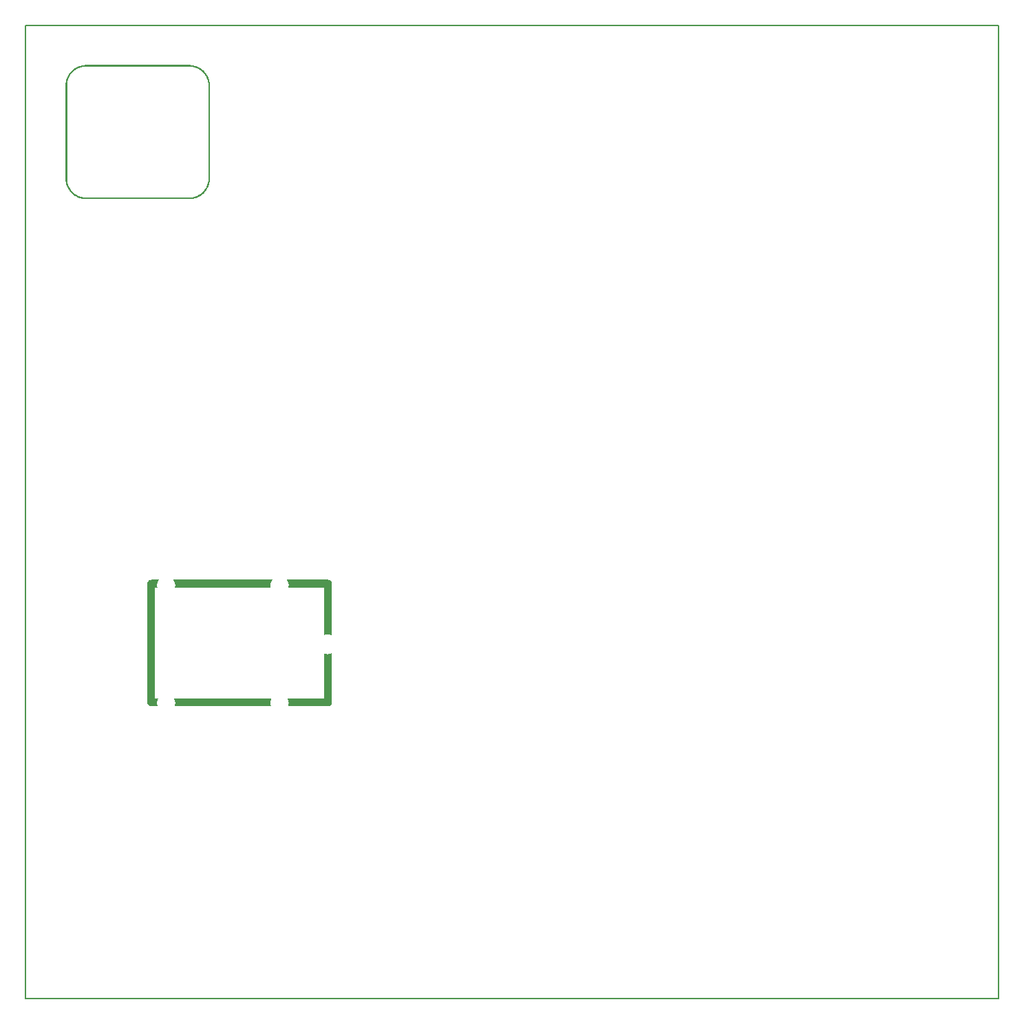
<source format=gto>
G04 MADE WITH FRITZING*
G04 WWW.FRITZING.ORG*
G04 DOUBLE SIDED*
G04 HOLES PLATED*
G04 CONTOUR ON CENTER OF CONTOUR VECTOR*
%ASAXBY*%
%FSLAX23Y23*%
%MOIN*%
%OFA0B0*%
%SFA1.0B1.0*%
%ADD10R,4.724420X4.724420X4.708420X4.708420*%
%ADD11C,0.008000*%
%ADD12R,0.001000X0.001000*%
%LNSILK1*%
G90*
G70*
G54D11*
X4Y4720D02*
X4720Y4720D01*
X4720Y4D01*
X4Y4D01*
X4Y4720D01*
D02*
G54D12*
X293Y4527D02*
X805Y4527D01*
X284Y4526D02*
X814Y4526D01*
X279Y4525D02*
X819Y4525D01*
X275Y4524D02*
X823Y4524D01*
X271Y4523D02*
X827Y4523D01*
X268Y4522D02*
X830Y4522D01*
X265Y4521D02*
X833Y4521D01*
X262Y4520D02*
X836Y4520D01*
X260Y4519D02*
X291Y4519D01*
X807Y4519D02*
X838Y4519D01*
X258Y4518D02*
X283Y4518D01*
X815Y4518D02*
X840Y4518D01*
X256Y4517D02*
X278Y4517D01*
X820Y4517D02*
X842Y4517D01*
X254Y4516D02*
X274Y4516D01*
X824Y4516D02*
X844Y4516D01*
X252Y4515D02*
X271Y4515D01*
X827Y4515D02*
X846Y4515D01*
X250Y4514D02*
X268Y4514D01*
X830Y4514D02*
X848Y4514D01*
X248Y4513D02*
X265Y4513D01*
X833Y4513D02*
X850Y4513D01*
X247Y4512D02*
X263Y4512D01*
X835Y4512D02*
X851Y4512D01*
X245Y4511D02*
X260Y4511D01*
X837Y4511D02*
X853Y4511D01*
X243Y4510D02*
X258Y4510D01*
X840Y4510D02*
X854Y4510D01*
X242Y4509D02*
X256Y4509D01*
X842Y4509D02*
X856Y4509D01*
X241Y4508D02*
X254Y4508D01*
X844Y4508D02*
X857Y4508D01*
X239Y4507D02*
X253Y4507D01*
X845Y4507D02*
X859Y4507D01*
X238Y4506D02*
X251Y4506D01*
X847Y4506D02*
X860Y4506D01*
X237Y4505D02*
X249Y4505D01*
X849Y4505D02*
X861Y4505D01*
X235Y4504D02*
X248Y4504D01*
X850Y4504D02*
X863Y4504D01*
X234Y4503D02*
X246Y4503D01*
X852Y4503D02*
X864Y4503D01*
X233Y4502D02*
X245Y4502D01*
X853Y4502D02*
X865Y4502D01*
X232Y4501D02*
X244Y4501D01*
X854Y4501D02*
X866Y4501D01*
X231Y4500D02*
X242Y4500D01*
X856Y4500D02*
X867Y4500D01*
X230Y4499D02*
X241Y4499D01*
X857Y4499D02*
X868Y4499D01*
X229Y4498D02*
X240Y4498D01*
X858Y4498D02*
X869Y4498D01*
X228Y4497D02*
X239Y4497D01*
X859Y4497D02*
X870Y4497D01*
X227Y4496D02*
X237Y4496D01*
X860Y4496D02*
X871Y4496D01*
X226Y4495D02*
X236Y4495D01*
X862Y4495D02*
X872Y4495D01*
X225Y4494D02*
X235Y4494D01*
X863Y4494D02*
X873Y4494D01*
X224Y4493D02*
X234Y4493D01*
X864Y4493D02*
X874Y4493D01*
X223Y4492D02*
X233Y4492D01*
X865Y4492D02*
X875Y4492D01*
X222Y4491D02*
X232Y4491D01*
X866Y4491D02*
X876Y4491D01*
X222Y4490D02*
X231Y4490D01*
X867Y4490D02*
X876Y4490D01*
X221Y4489D02*
X230Y4489D01*
X868Y4489D02*
X877Y4489D01*
X220Y4488D02*
X230Y4488D01*
X868Y4488D02*
X878Y4488D01*
X219Y4487D02*
X229Y4487D01*
X869Y4487D02*
X879Y4487D01*
X219Y4486D02*
X228Y4486D01*
X870Y4486D02*
X879Y4486D01*
X218Y4485D02*
X227Y4485D01*
X871Y4485D02*
X880Y4485D01*
X217Y4484D02*
X226Y4484D01*
X872Y4484D02*
X881Y4484D01*
X217Y4483D02*
X225Y4483D01*
X873Y4483D02*
X881Y4483D01*
X216Y4482D02*
X225Y4482D01*
X873Y4482D02*
X882Y4482D01*
X215Y4481D02*
X224Y4481D01*
X874Y4481D02*
X883Y4481D01*
X215Y4480D02*
X223Y4480D01*
X875Y4480D02*
X883Y4480D01*
X214Y4479D02*
X222Y4479D01*
X876Y4479D02*
X884Y4479D01*
X214Y4478D02*
X222Y4478D01*
X876Y4478D02*
X884Y4478D01*
X213Y4477D02*
X221Y4477D01*
X877Y4477D02*
X885Y4477D01*
X212Y4476D02*
X220Y4476D01*
X877Y4476D02*
X886Y4476D01*
X212Y4475D02*
X220Y4475D01*
X878Y4475D02*
X886Y4475D01*
X211Y4474D02*
X219Y4474D01*
X879Y4474D02*
X887Y4474D01*
X211Y4473D02*
X219Y4473D01*
X879Y4473D02*
X887Y4473D01*
X210Y4472D02*
X218Y4472D01*
X880Y4472D02*
X888Y4472D01*
X210Y4471D02*
X218Y4471D01*
X880Y4471D02*
X888Y4471D01*
X209Y4470D02*
X217Y4470D01*
X881Y4470D02*
X889Y4470D01*
X209Y4469D02*
X216Y4469D01*
X882Y4469D02*
X889Y4469D01*
X208Y4468D02*
X216Y4468D01*
X882Y4468D02*
X890Y4468D01*
X208Y4467D02*
X216Y4467D01*
X882Y4467D02*
X890Y4467D01*
X207Y4466D02*
X215Y4466D01*
X883Y4466D02*
X891Y4466D01*
X207Y4465D02*
X215Y4465D01*
X883Y4465D02*
X891Y4465D01*
X207Y4464D02*
X214Y4464D01*
X884Y4464D02*
X891Y4464D01*
X206Y4463D02*
X214Y4463D01*
X884Y4463D02*
X892Y4463D01*
X206Y4462D02*
X213Y4462D01*
X885Y4462D02*
X892Y4462D01*
X205Y4461D02*
X213Y4461D01*
X885Y4461D02*
X893Y4461D01*
X205Y4460D02*
X212Y4460D01*
X886Y4460D02*
X893Y4460D01*
X205Y4459D02*
X212Y4459D01*
X886Y4459D02*
X893Y4459D01*
X204Y4458D02*
X212Y4458D01*
X886Y4458D02*
X894Y4458D01*
X204Y4457D02*
X211Y4457D01*
X887Y4457D02*
X894Y4457D01*
X204Y4456D02*
X211Y4456D01*
X887Y4456D02*
X894Y4456D01*
X203Y4455D02*
X211Y4455D01*
X887Y4455D02*
X894Y4455D01*
X203Y4454D02*
X210Y4454D01*
X888Y4454D02*
X895Y4454D01*
X203Y4453D02*
X210Y4453D01*
X888Y4453D02*
X895Y4453D01*
X203Y4452D02*
X210Y4452D01*
X888Y4452D02*
X895Y4452D01*
X202Y4451D02*
X210Y4451D01*
X888Y4451D02*
X896Y4451D01*
X202Y4450D02*
X209Y4450D01*
X889Y4450D02*
X896Y4450D01*
X202Y4449D02*
X209Y4449D01*
X889Y4449D02*
X896Y4449D01*
X202Y4448D02*
X209Y4448D01*
X889Y4448D02*
X896Y4448D01*
X202Y4447D02*
X209Y4447D01*
X889Y4447D02*
X896Y4447D01*
X201Y4446D02*
X208Y4446D01*
X890Y4446D02*
X897Y4446D01*
X201Y4445D02*
X208Y4445D01*
X890Y4445D02*
X897Y4445D01*
X201Y4444D02*
X208Y4444D01*
X890Y4444D02*
X897Y4444D01*
X201Y4443D02*
X208Y4443D01*
X890Y4443D02*
X897Y4443D01*
X201Y4442D02*
X208Y4442D01*
X890Y4442D02*
X897Y4442D01*
X200Y4441D02*
X208Y4441D01*
X890Y4441D02*
X897Y4441D01*
X200Y4440D02*
X207Y4440D01*
X891Y4440D02*
X898Y4440D01*
X200Y4439D02*
X207Y4439D01*
X891Y4439D02*
X898Y4439D01*
X200Y4438D02*
X207Y4438D01*
X891Y4438D02*
X898Y4438D01*
X200Y4437D02*
X207Y4437D01*
X891Y4437D02*
X898Y4437D01*
X200Y4436D02*
X207Y4436D01*
X891Y4436D02*
X898Y4436D01*
X200Y4435D02*
X207Y4435D01*
X891Y4435D02*
X898Y4435D01*
X200Y4434D02*
X207Y4434D01*
X891Y4434D02*
X898Y4434D01*
X200Y4433D02*
X207Y4433D01*
X891Y4433D02*
X898Y4433D01*
X200Y4432D02*
X207Y4432D01*
X891Y4432D02*
X898Y4432D01*
X200Y4431D02*
X207Y4431D01*
X891Y4431D02*
X898Y4431D01*
X200Y4430D02*
X207Y4430D01*
X891Y4430D02*
X898Y4430D01*
X199Y4429D02*
X207Y4429D01*
X891Y4429D02*
X898Y4429D01*
X199Y4428D02*
X207Y4428D01*
X891Y4428D02*
X898Y4428D01*
X200Y4427D02*
X207Y4427D01*
X891Y4427D02*
X898Y4427D01*
X200Y4426D02*
X207Y4426D01*
X891Y4426D02*
X898Y4426D01*
X200Y4425D02*
X207Y4425D01*
X891Y4425D02*
X898Y4425D01*
X199Y4424D02*
X207Y4424D01*
X891Y4424D02*
X899Y4424D01*
X200Y4423D02*
X207Y4423D01*
X891Y4423D02*
X898Y4423D01*
X200Y4422D02*
X207Y4422D01*
X891Y4422D02*
X898Y4422D01*
X200Y4421D02*
X207Y4421D01*
X891Y4421D02*
X898Y4421D01*
X200Y4420D02*
X207Y4420D01*
X891Y4420D02*
X898Y4420D01*
X200Y4419D02*
X207Y4419D01*
X891Y4419D02*
X898Y4419D01*
X200Y4418D02*
X207Y4418D01*
X891Y4418D02*
X898Y4418D01*
X200Y4417D02*
X207Y4417D01*
X891Y4417D02*
X898Y4417D01*
X200Y4416D02*
X207Y4416D01*
X891Y4416D02*
X898Y4416D01*
X200Y4415D02*
X207Y4415D01*
X891Y4415D02*
X898Y4415D01*
X200Y4414D02*
X207Y4414D01*
X891Y4414D02*
X898Y4414D01*
X200Y4413D02*
X207Y4413D01*
X891Y4413D02*
X898Y4413D01*
X200Y4412D02*
X207Y4412D01*
X891Y4412D02*
X898Y4412D01*
X200Y4411D02*
X207Y4411D01*
X891Y4411D02*
X898Y4411D01*
X200Y4410D02*
X207Y4410D01*
X891Y4410D02*
X898Y4410D01*
X200Y4409D02*
X207Y4409D01*
X891Y4409D02*
X898Y4409D01*
X200Y4408D02*
X207Y4408D01*
X891Y4408D02*
X898Y4408D01*
X200Y4407D02*
X207Y4407D01*
X891Y4407D02*
X898Y4407D01*
X200Y4406D02*
X207Y4406D01*
X891Y4406D02*
X898Y4406D01*
X200Y4405D02*
X207Y4405D01*
X891Y4405D02*
X898Y4405D01*
X200Y4404D02*
X207Y4404D01*
X891Y4404D02*
X898Y4404D01*
X200Y4403D02*
X207Y4403D01*
X891Y4403D02*
X898Y4403D01*
X200Y4402D02*
X207Y4402D01*
X891Y4402D02*
X898Y4402D01*
X200Y4401D02*
X207Y4401D01*
X891Y4401D02*
X898Y4401D01*
X200Y4400D02*
X207Y4400D01*
X891Y4400D02*
X898Y4400D01*
X200Y4399D02*
X207Y4399D01*
X891Y4399D02*
X898Y4399D01*
X200Y4398D02*
X207Y4398D01*
X891Y4398D02*
X898Y4398D01*
X200Y4397D02*
X207Y4397D01*
X891Y4397D02*
X898Y4397D01*
X200Y4396D02*
X207Y4396D01*
X891Y4396D02*
X898Y4396D01*
X200Y4395D02*
X207Y4395D01*
X891Y4395D02*
X898Y4395D01*
X200Y4394D02*
X207Y4394D01*
X891Y4394D02*
X898Y4394D01*
X200Y4393D02*
X207Y4393D01*
X891Y4393D02*
X898Y4393D01*
X200Y4392D02*
X207Y4392D01*
X891Y4392D02*
X898Y4392D01*
X200Y4391D02*
X207Y4391D01*
X891Y4391D02*
X898Y4391D01*
X200Y4390D02*
X207Y4390D01*
X891Y4390D02*
X898Y4390D01*
X200Y4389D02*
X207Y4389D01*
X891Y4389D02*
X898Y4389D01*
X200Y4388D02*
X207Y4388D01*
X891Y4388D02*
X898Y4388D01*
X200Y4387D02*
X207Y4387D01*
X891Y4387D02*
X898Y4387D01*
X200Y4386D02*
X207Y4386D01*
X891Y4386D02*
X898Y4386D01*
X200Y4385D02*
X207Y4385D01*
X891Y4385D02*
X898Y4385D01*
X200Y4384D02*
X207Y4384D01*
X891Y4384D02*
X898Y4384D01*
X200Y4383D02*
X207Y4383D01*
X891Y4383D02*
X898Y4383D01*
X200Y4382D02*
X207Y4382D01*
X891Y4382D02*
X898Y4382D01*
X200Y4381D02*
X207Y4381D01*
X891Y4381D02*
X898Y4381D01*
X200Y4380D02*
X207Y4380D01*
X891Y4380D02*
X898Y4380D01*
X200Y4379D02*
X207Y4379D01*
X891Y4379D02*
X898Y4379D01*
X200Y4378D02*
X207Y4378D01*
X891Y4378D02*
X898Y4378D01*
X200Y4377D02*
X207Y4377D01*
X891Y4377D02*
X898Y4377D01*
X200Y4376D02*
X207Y4376D01*
X891Y4376D02*
X898Y4376D01*
X200Y4375D02*
X207Y4375D01*
X891Y4375D02*
X898Y4375D01*
X200Y4374D02*
X207Y4374D01*
X891Y4374D02*
X898Y4374D01*
X200Y4373D02*
X207Y4373D01*
X891Y4373D02*
X898Y4373D01*
X200Y4372D02*
X207Y4372D01*
X891Y4372D02*
X898Y4372D01*
X200Y4371D02*
X207Y4371D01*
X891Y4371D02*
X898Y4371D01*
X200Y4370D02*
X207Y4370D01*
X891Y4370D02*
X898Y4370D01*
X200Y4369D02*
X207Y4369D01*
X891Y4369D02*
X898Y4369D01*
X200Y4368D02*
X207Y4368D01*
X891Y4368D02*
X898Y4368D01*
X200Y4367D02*
X207Y4367D01*
X891Y4367D02*
X898Y4367D01*
X200Y4366D02*
X207Y4366D01*
X891Y4366D02*
X898Y4366D01*
X200Y4365D02*
X207Y4365D01*
X891Y4365D02*
X898Y4365D01*
X200Y4364D02*
X207Y4364D01*
X891Y4364D02*
X898Y4364D01*
X200Y4363D02*
X207Y4363D01*
X891Y4363D02*
X898Y4363D01*
X200Y4362D02*
X207Y4362D01*
X891Y4362D02*
X898Y4362D01*
X200Y4361D02*
X207Y4361D01*
X891Y4361D02*
X898Y4361D01*
X200Y4360D02*
X207Y4360D01*
X891Y4360D02*
X898Y4360D01*
X200Y4359D02*
X207Y4359D01*
X891Y4359D02*
X898Y4359D01*
X200Y4358D02*
X207Y4358D01*
X891Y4358D02*
X898Y4358D01*
X200Y4357D02*
X207Y4357D01*
X891Y4357D02*
X898Y4357D01*
X200Y4356D02*
X207Y4356D01*
X891Y4356D02*
X898Y4356D01*
X200Y4355D02*
X207Y4355D01*
X891Y4355D02*
X898Y4355D01*
X200Y4354D02*
X207Y4354D01*
X891Y4354D02*
X898Y4354D01*
X200Y4353D02*
X207Y4353D01*
X891Y4353D02*
X898Y4353D01*
X200Y4352D02*
X207Y4352D01*
X891Y4352D02*
X898Y4352D01*
X200Y4351D02*
X207Y4351D01*
X891Y4351D02*
X898Y4351D01*
X200Y4350D02*
X207Y4350D01*
X891Y4350D02*
X898Y4350D01*
X200Y4349D02*
X207Y4349D01*
X891Y4349D02*
X898Y4349D01*
X200Y4348D02*
X207Y4348D01*
X891Y4348D02*
X898Y4348D01*
X200Y4347D02*
X207Y4347D01*
X891Y4347D02*
X898Y4347D01*
X200Y4346D02*
X207Y4346D01*
X891Y4346D02*
X898Y4346D01*
X200Y4345D02*
X207Y4345D01*
X891Y4345D02*
X898Y4345D01*
X200Y4344D02*
X207Y4344D01*
X891Y4344D02*
X898Y4344D01*
X200Y4343D02*
X207Y4343D01*
X891Y4343D02*
X898Y4343D01*
X200Y4342D02*
X207Y4342D01*
X891Y4342D02*
X898Y4342D01*
X200Y4341D02*
X207Y4341D01*
X891Y4341D02*
X898Y4341D01*
X200Y4340D02*
X207Y4340D01*
X891Y4340D02*
X898Y4340D01*
X200Y4339D02*
X207Y4339D01*
X891Y4339D02*
X898Y4339D01*
X200Y4338D02*
X207Y4338D01*
X891Y4338D02*
X898Y4338D01*
X200Y4337D02*
X207Y4337D01*
X891Y4337D02*
X898Y4337D01*
X200Y4336D02*
X207Y4336D01*
X891Y4336D02*
X898Y4336D01*
X200Y4335D02*
X207Y4335D01*
X891Y4335D02*
X898Y4335D01*
X200Y4334D02*
X207Y4334D01*
X891Y4334D02*
X898Y4334D01*
X200Y4333D02*
X207Y4333D01*
X891Y4333D02*
X898Y4333D01*
X200Y4332D02*
X207Y4332D01*
X891Y4332D02*
X898Y4332D01*
X200Y4331D02*
X207Y4331D01*
X891Y4331D02*
X898Y4331D01*
X200Y4330D02*
X207Y4330D01*
X891Y4330D02*
X898Y4330D01*
X200Y4329D02*
X207Y4329D01*
X891Y4329D02*
X898Y4329D01*
X200Y4328D02*
X207Y4328D01*
X891Y4328D02*
X898Y4328D01*
X200Y4327D02*
X207Y4327D01*
X891Y4327D02*
X898Y4327D01*
X200Y4326D02*
X207Y4326D01*
X891Y4326D02*
X898Y4326D01*
X200Y4325D02*
X207Y4325D01*
X891Y4325D02*
X898Y4325D01*
X200Y4324D02*
X207Y4324D01*
X891Y4324D02*
X898Y4324D01*
X200Y4323D02*
X207Y4323D01*
X891Y4323D02*
X898Y4323D01*
X200Y4322D02*
X207Y4322D01*
X891Y4322D02*
X898Y4322D01*
X200Y4321D02*
X207Y4321D01*
X891Y4321D02*
X898Y4321D01*
X200Y4320D02*
X207Y4320D01*
X891Y4320D02*
X898Y4320D01*
X200Y4319D02*
X207Y4319D01*
X891Y4319D02*
X898Y4319D01*
X200Y4318D02*
X207Y4318D01*
X891Y4318D02*
X898Y4318D01*
X200Y4317D02*
X207Y4317D01*
X891Y4317D02*
X898Y4317D01*
X200Y4316D02*
X207Y4316D01*
X891Y4316D02*
X898Y4316D01*
X200Y4315D02*
X207Y4315D01*
X891Y4315D02*
X898Y4315D01*
X200Y4314D02*
X207Y4314D01*
X891Y4314D02*
X898Y4314D01*
X200Y4313D02*
X207Y4313D01*
X891Y4313D02*
X898Y4313D01*
X200Y4312D02*
X207Y4312D01*
X891Y4312D02*
X898Y4312D01*
X200Y4311D02*
X207Y4311D01*
X891Y4311D02*
X898Y4311D01*
X200Y4310D02*
X207Y4310D01*
X891Y4310D02*
X898Y4310D01*
X200Y4309D02*
X207Y4309D01*
X891Y4309D02*
X898Y4309D01*
X200Y4308D02*
X207Y4308D01*
X891Y4308D02*
X898Y4308D01*
X200Y4307D02*
X207Y4307D01*
X891Y4307D02*
X898Y4307D01*
X200Y4306D02*
X207Y4306D01*
X891Y4306D02*
X898Y4306D01*
X200Y4305D02*
X207Y4305D01*
X891Y4305D02*
X898Y4305D01*
X200Y4304D02*
X207Y4304D01*
X891Y4304D02*
X898Y4304D01*
X200Y4303D02*
X207Y4303D01*
X891Y4303D02*
X898Y4303D01*
X200Y4302D02*
X207Y4302D01*
X891Y4302D02*
X898Y4302D01*
X200Y4301D02*
X207Y4301D01*
X891Y4301D02*
X898Y4301D01*
X200Y4300D02*
X207Y4300D01*
X891Y4300D02*
X898Y4300D01*
X200Y4299D02*
X207Y4299D01*
X891Y4299D02*
X898Y4299D01*
X200Y4298D02*
X207Y4298D01*
X891Y4298D02*
X898Y4298D01*
X200Y4297D02*
X207Y4297D01*
X891Y4297D02*
X898Y4297D01*
X200Y4296D02*
X207Y4296D01*
X891Y4296D02*
X898Y4296D01*
X200Y4295D02*
X207Y4295D01*
X891Y4295D02*
X898Y4295D01*
X200Y4294D02*
X207Y4294D01*
X891Y4294D02*
X898Y4294D01*
X200Y4293D02*
X207Y4293D01*
X891Y4293D02*
X898Y4293D01*
X200Y4292D02*
X207Y4292D01*
X891Y4292D02*
X898Y4292D01*
X200Y4291D02*
X207Y4291D01*
X891Y4291D02*
X898Y4291D01*
X200Y4290D02*
X207Y4290D01*
X891Y4290D02*
X898Y4290D01*
X200Y4289D02*
X207Y4289D01*
X891Y4289D02*
X898Y4289D01*
X200Y4288D02*
X207Y4288D01*
X891Y4288D02*
X898Y4288D01*
X200Y4287D02*
X207Y4287D01*
X891Y4287D02*
X898Y4287D01*
X200Y4286D02*
X207Y4286D01*
X891Y4286D02*
X898Y4286D01*
X200Y4285D02*
X207Y4285D01*
X891Y4285D02*
X898Y4285D01*
X200Y4284D02*
X207Y4284D01*
X891Y4284D02*
X898Y4284D01*
X200Y4283D02*
X207Y4283D01*
X891Y4283D02*
X898Y4283D01*
X200Y4282D02*
X207Y4282D01*
X891Y4282D02*
X898Y4282D01*
X200Y4281D02*
X207Y4281D01*
X891Y4281D02*
X898Y4281D01*
X200Y4280D02*
X207Y4280D01*
X891Y4280D02*
X898Y4280D01*
X200Y4279D02*
X207Y4279D01*
X891Y4279D02*
X898Y4279D01*
X200Y4278D02*
X207Y4278D01*
X891Y4278D02*
X898Y4278D01*
X200Y4277D02*
X207Y4277D01*
X891Y4277D02*
X898Y4277D01*
X200Y4276D02*
X207Y4276D01*
X891Y4276D02*
X898Y4276D01*
X200Y4275D02*
X207Y4275D01*
X891Y4275D02*
X898Y4275D01*
X200Y4274D02*
X207Y4274D01*
X891Y4274D02*
X898Y4274D01*
X200Y4273D02*
X207Y4273D01*
X891Y4273D02*
X898Y4273D01*
X200Y4272D02*
X207Y4272D01*
X891Y4272D02*
X898Y4272D01*
X200Y4271D02*
X207Y4271D01*
X891Y4271D02*
X898Y4271D01*
X200Y4270D02*
X207Y4270D01*
X891Y4270D02*
X898Y4270D01*
X200Y4269D02*
X207Y4269D01*
X891Y4269D02*
X898Y4269D01*
X200Y4268D02*
X207Y4268D01*
X891Y4268D02*
X898Y4268D01*
X200Y4267D02*
X207Y4267D01*
X891Y4267D02*
X898Y4267D01*
X200Y4266D02*
X207Y4266D01*
X891Y4266D02*
X898Y4266D01*
X200Y4265D02*
X207Y4265D01*
X891Y4265D02*
X898Y4265D01*
X200Y4264D02*
X207Y4264D01*
X891Y4264D02*
X898Y4264D01*
X200Y4263D02*
X207Y4263D01*
X891Y4263D02*
X898Y4263D01*
X200Y4262D02*
X207Y4262D01*
X891Y4262D02*
X898Y4262D01*
X200Y4261D02*
X207Y4261D01*
X891Y4261D02*
X898Y4261D01*
X200Y4260D02*
X207Y4260D01*
X891Y4260D02*
X898Y4260D01*
X200Y4259D02*
X207Y4259D01*
X891Y4259D02*
X898Y4259D01*
X200Y4258D02*
X207Y4258D01*
X891Y4258D02*
X898Y4258D01*
X200Y4257D02*
X207Y4257D01*
X891Y4257D02*
X898Y4257D01*
X200Y4256D02*
X207Y4256D01*
X891Y4256D02*
X898Y4256D01*
X200Y4255D02*
X207Y4255D01*
X891Y4255D02*
X898Y4255D01*
X200Y4254D02*
X207Y4254D01*
X891Y4254D02*
X898Y4254D01*
X200Y4253D02*
X207Y4253D01*
X891Y4253D02*
X898Y4253D01*
X200Y4252D02*
X207Y4252D01*
X891Y4252D02*
X898Y4252D01*
X200Y4251D02*
X207Y4251D01*
X891Y4251D02*
X898Y4251D01*
X200Y4250D02*
X207Y4250D01*
X891Y4250D02*
X898Y4250D01*
X200Y4249D02*
X207Y4249D01*
X891Y4249D02*
X898Y4249D01*
X200Y4248D02*
X207Y4248D01*
X891Y4248D02*
X898Y4248D01*
X200Y4247D02*
X207Y4247D01*
X891Y4247D02*
X898Y4247D01*
X200Y4246D02*
X207Y4246D01*
X891Y4246D02*
X898Y4246D01*
X200Y4245D02*
X207Y4245D01*
X891Y4245D02*
X898Y4245D01*
X200Y4244D02*
X207Y4244D01*
X891Y4244D02*
X898Y4244D01*
X200Y4243D02*
X207Y4243D01*
X891Y4243D02*
X898Y4243D01*
X200Y4242D02*
X207Y4242D01*
X891Y4242D02*
X898Y4242D01*
X200Y4241D02*
X207Y4241D01*
X891Y4241D02*
X898Y4241D01*
X200Y4240D02*
X207Y4240D01*
X891Y4240D02*
X898Y4240D01*
X200Y4239D02*
X207Y4239D01*
X891Y4239D02*
X898Y4239D01*
X200Y4238D02*
X207Y4238D01*
X891Y4238D02*
X898Y4238D01*
X200Y4237D02*
X207Y4237D01*
X891Y4237D02*
X898Y4237D01*
X200Y4236D02*
X207Y4236D01*
X891Y4236D02*
X898Y4236D01*
X200Y4235D02*
X207Y4235D01*
X891Y4235D02*
X898Y4235D01*
X200Y4234D02*
X207Y4234D01*
X891Y4234D02*
X898Y4234D01*
X200Y4233D02*
X207Y4233D01*
X891Y4233D02*
X898Y4233D01*
X200Y4232D02*
X207Y4232D01*
X891Y4232D02*
X898Y4232D01*
X200Y4231D02*
X207Y4231D01*
X891Y4231D02*
X898Y4231D01*
X200Y4230D02*
X207Y4230D01*
X891Y4230D02*
X898Y4230D01*
X200Y4229D02*
X207Y4229D01*
X891Y4229D02*
X898Y4229D01*
X200Y4228D02*
X207Y4228D01*
X891Y4228D02*
X898Y4228D01*
X200Y4227D02*
X207Y4227D01*
X891Y4227D02*
X898Y4227D01*
X200Y4226D02*
X207Y4226D01*
X891Y4226D02*
X898Y4226D01*
X200Y4225D02*
X207Y4225D01*
X891Y4225D02*
X898Y4225D01*
X200Y4224D02*
X207Y4224D01*
X891Y4224D02*
X898Y4224D01*
X200Y4223D02*
X207Y4223D01*
X891Y4223D02*
X898Y4223D01*
X200Y4222D02*
X207Y4222D01*
X891Y4222D02*
X898Y4222D01*
X200Y4221D02*
X207Y4221D01*
X891Y4221D02*
X898Y4221D01*
X200Y4220D02*
X207Y4220D01*
X891Y4220D02*
X898Y4220D01*
X200Y4219D02*
X207Y4219D01*
X891Y4219D02*
X898Y4219D01*
X200Y4218D02*
X207Y4218D01*
X891Y4218D02*
X898Y4218D01*
X200Y4217D02*
X207Y4217D01*
X891Y4217D02*
X898Y4217D01*
X200Y4216D02*
X207Y4216D01*
X891Y4216D02*
X898Y4216D01*
X200Y4215D02*
X207Y4215D01*
X891Y4215D02*
X898Y4215D01*
X200Y4214D02*
X207Y4214D01*
X891Y4214D02*
X898Y4214D01*
X200Y4213D02*
X207Y4213D01*
X891Y4213D02*
X898Y4213D01*
X200Y4212D02*
X207Y4212D01*
X891Y4212D02*
X898Y4212D01*
X200Y4211D02*
X207Y4211D01*
X891Y4211D02*
X898Y4211D01*
X200Y4210D02*
X207Y4210D01*
X891Y4210D02*
X898Y4210D01*
X200Y4209D02*
X207Y4209D01*
X891Y4209D02*
X898Y4209D01*
X200Y4208D02*
X207Y4208D01*
X891Y4208D02*
X898Y4208D01*
X200Y4207D02*
X207Y4207D01*
X891Y4207D02*
X898Y4207D01*
X200Y4206D02*
X207Y4206D01*
X891Y4206D02*
X898Y4206D01*
X200Y4205D02*
X207Y4205D01*
X891Y4205D02*
X898Y4205D01*
X200Y4204D02*
X207Y4204D01*
X891Y4204D02*
X898Y4204D01*
X200Y4203D02*
X207Y4203D01*
X891Y4203D02*
X898Y4203D01*
X200Y4202D02*
X207Y4202D01*
X891Y4202D02*
X898Y4202D01*
X200Y4201D02*
X207Y4201D01*
X891Y4201D02*
X898Y4201D01*
X200Y4200D02*
X207Y4200D01*
X891Y4200D02*
X898Y4200D01*
X200Y4199D02*
X207Y4199D01*
X891Y4199D02*
X898Y4199D01*
X200Y4198D02*
X207Y4198D01*
X891Y4198D02*
X898Y4198D01*
X200Y4197D02*
X207Y4197D01*
X891Y4197D02*
X898Y4197D01*
X200Y4196D02*
X207Y4196D01*
X891Y4196D02*
X898Y4196D01*
X200Y4195D02*
X207Y4195D01*
X891Y4195D02*
X898Y4195D01*
X200Y4194D02*
X207Y4194D01*
X891Y4194D02*
X898Y4194D01*
X200Y4193D02*
X207Y4193D01*
X891Y4193D02*
X898Y4193D01*
X200Y4192D02*
X207Y4192D01*
X891Y4192D02*
X898Y4192D01*
X200Y4191D02*
X207Y4191D01*
X891Y4191D02*
X898Y4191D01*
X200Y4190D02*
X207Y4190D01*
X891Y4190D02*
X898Y4190D01*
X200Y4189D02*
X207Y4189D01*
X891Y4189D02*
X898Y4189D01*
X200Y4188D02*
X207Y4188D01*
X891Y4188D02*
X898Y4188D01*
X200Y4187D02*
X207Y4187D01*
X891Y4187D02*
X898Y4187D01*
X200Y4186D02*
X207Y4186D01*
X891Y4186D02*
X898Y4186D01*
X200Y4185D02*
X207Y4185D01*
X891Y4185D02*
X898Y4185D01*
X200Y4184D02*
X207Y4184D01*
X891Y4184D02*
X898Y4184D01*
X200Y4183D02*
X207Y4183D01*
X891Y4183D02*
X898Y4183D01*
X200Y4182D02*
X207Y4182D01*
X891Y4182D02*
X898Y4182D01*
X200Y4181D02*
X207Y4181D01*
X891Y4181D02*
X898Y4181D01*
X200Y4180D02*
X207Y4180D01*
X891Y4180D02*
X898Y4180D01*
X200Y4179D02*
X207Y4179D01*
X891Y4179D02*
X898Y4179D01*
X200Y4178D02*
X207Y4178D01*
X891Y4178D02*
X898Y4178D01*
X200Y4177D02*
X207Y4177D01*
X891Y4177D02*
X898Y4177D01*
X200Y4176D02*
X207Y4176D01*
X891Y4176D02*
X898Y4176D01*
X200Y4175D02*
X207Y4175D01*
X891Y4175D02*
X898Y4175D01*
X200Y4174D02*
X207Y4174D01*
X891Y4174D02*
X898Y4174D01*
X200Y4173D02*
X207Y4173D01*
X891Y4173D02*
X898Y4173D01*
X200Y4172D02*
X207Y4172D01*
X891Y4172D02*
X898Y4172D01*
X200Y4171D02*
X207Y4171D01*
X891Y4171D02*
X898Y4171D01*
X200Y4170D02*
X207Y4170D01*
X891Y4170D02*
X898Y4170D01*
X200Y4169D02*
X207Y4169D01*
X891Y4169D02*
X898Y4169D01*
X200Y4168D02*
X207Y4168D01*
X891Y4168D02*
X898Y4168D01*
X200Y4167D02*
X207Y4167D01*
X891Y4167D02*
X898Y4167D01*
X200Y4166D02*
X207Y4166D01*
X891Y4166D02*
X898Y4166D01*
X200Y4165D02*
X207Y4165D01*
X891Y4165D02*
X898Y4165D01*
X200Y4164D02*
X207Y4164D01*
X891Y4164D02*
X898Y4164D01*
X200Y4163D02*
X207Y4163D01*
X891Y4163D02*
X898Y4163D01*
X200Y4162D02*
X207Y4162D01*
X891Y4162D02*
X898Y4162D01*
X200Y4161D02*
X207Y4161D01*
X891Y4161D02*
X898Y4161D01*
X200Y4160D02*
X207Y4160D01*
X891Y4160D02*
X898Y4160D01*
X200Y4159D02*
X207Y4159D01*
X891Y4159D02*
X898Y4159D01*
X200Y4158D02*
X207Y4158D01*
X891Y4158D02*
X898Y4158D01*
X200Y4157D02*
X207Y4157D01*
X891Y4157D02*
X898Y4157D01*
X200Y4156D02*
X207Y4156D01*
X891Y4156D02*
X898Y4156D01*
X200Y4155D02*
X207Y4155D01*
X891Y4155D02*
X898Y4155D01*
X200Y4154D02*
X207Y4154D01*
X891Y4154D02*
X898Y4154D01*
X200Y4153D02*
X207Y4153D01*
X891Y4153D02*
X898Y4153D01*
X200Y4152D02*
X207Y4152D01*
X891Y4152D02*
X898Y4152D01*
X200Y4151D02*
X207Y4151D01*
X891Y4151D02*
X898Y4151D01*
X200Y4150D02*
X207Y4150D01*
X891Y4150D02*
X898Y4150D01*
X200Y4149D02*
X207Y4149D01*
X891Y4149D02*
X898Y4149D01*
X200Y4148D02*
X207Y4148D01*
X891Y4148D02*
X898Y4148D01*
X200Y4147D02*
X207Y4147D01*
X891Y4147D02*
X898Y4147D01*
X200Y4146D02*
X207Y4146D01*
X891Y4146D02*
X898Y4146D01*
X200Y4145D02*
X207Y4145D01*
X891Y4145D02*
X898Y4145D01*
X200Y4144D02*
X207Y4144D01*
X891Y4144D02*
X898Y4144D01*
X200Y4143D02*
X207Y4143D01*
X891Y4143D02*
X898Y4143D01*
X200Y4142D02*
X207Y4142D01*
X891Y4142D02*
X898Y4142D01*
X200Y4141D02*
X207Y4141D01*
X891Y4141D02*
X898Y4141D01*
X200Y4140D02*
X207Y4140D01*
X891Y4140D02*
X898Y4140D01*
X200Y4139D02*
X207Y4139D01*
X891Y4139D02*
X898Y4139D01*
X200Y4138D02*
X207Y4138D01*
X891Y4138D02*
X898Y4138D01*
X200Y4137D02*
X207Y4137D01*
X891Y4137D02*
X898Y4137D01*
X200Y4136D02*
X207Y4136D01*
X891Y4136D02*
X898Y4136D01*
X200Y4135D02*
X207Y4135D01*
X891Y4135D02*
X898Y4135D01*
X200Y4134D02*
X207Y4134D01*
X891Y4134D02*
X898Y4134D01*
X200Y4133D02*
X207Y4133D01*
X891Y4133D02*
X898Y4133D01*
X200Y4132D02*
X207Y4132D01*
X891Y4132D02*
X898Y4132D01*
X200Y4131D02*
X207Y4131D01*
X891Y4131D02*
X898Y4131D01*
X200Y4130D02*
X207Y4130D01*
X891Y4130D02*
X898Y4130D01*
X200Y4129D02*
X207Y4129D01*
X891Y4129D02*
X898Y4129D01*
X200Y4128D02*
X207Y4128D01*
X891Y4128D02*
X898Y4128D01*
X200Y4127D02*
X207Y4127D01*
X891Y4127D02*
X898Y4127D01*
X200Y4126D02*
X207Y4126D01*
X891Y4126D02*
X898Y4126D01*
X200Y4125D02*
X207Y4125D01*
X891Y4125D02*
X898Y4125D01*
X200Y4124D02*
X207Y4124D01*
X891Y4124D02*
X898Y4124D01*
X200Y4123D02*
X207Y4123D01*
X891Y4123D02*
X898Y4123D01*
X200Y4122D02*
X207Y4122D01*
X891Y4122D02*
X898Y4122D01*
X200Y4121D02*
X207Y4121D01*
X891Y4121D02*
X898Y4121D01*
X200Y4120D02*
X207Y4120D01*
X891Y4120D02*
X898Y4120D01*
X200Y4119D02*
X207Y4119D01*
X891Y4119D02*
X898Y4119D01*
X200Y4118D02*
X207Y4118D01*
X891Y4118D02*
X898Y4118D01*
X200Y4117D02*
X207Y4117D01*
X891Y4117D02*
X898Y4117D01*
X200Y4116D02*
X207Y4116D01*
X891Y4116D02*
X898Y4116D01*
X200Y4115D02*
X207Y4115D01*
X891Y4115D02*
X898Y4115D01*
X200Y4114D02*
X207Y4114D01*
X891Y4114D02*
X898Y4114D01*
X200Y4113D02*
X207Y4113D01*
X891Y4113D02*
X898Y4113D01*
X200Y4112D02*
X207Y4112D01*
X891Y4112D02*
X898Y4112D01*
X200Y4111D02*
X207Y4111D01*
X891Y4111D02*
X898Y4111D01*
X200Y4110D02*
X207Y4110D01*
X891Y4110D02*
X898Y4110D01*
X200Y4109D02*
X207Y4109D01*
X891Y4109D02*
X898Y4109D01*
X200Y4108D02*
X207Y4108D01*
X891Y4108D02*
X898Y4108D01*
X200Y4107D02*
X207Y4107D01*
X891Y4107D02*
X898Y4107D01*
X200Y4106D02*
X207Y4106D01*
X891Y4106D02*
X898Y4106D01*
X200Y4105D02*
X207Y4105D01*
X891Y4105D02*
X898Y4105D01*
X200Y4104D02*
X207Y4104D01*
X891Y4104D02*
X898Y4104D01*
X200Y4103D02*
X207Y4103D01*
X891Y4103D02*
X898Y4103D01*
X200Y4102D02*
X207Y4102D01*
X891Y4102D02*
X898Y4102D01*
X200Y4101D02*
X207Y4101D01*
X891Y4101D02*
X898Y4101D01*
X200Y4100D02*
X207Y4100D01*
X891Y4100D02*
X898Y4100D01*
X200Y4099D02*
X207Y4099D01*
X891Y4099D02*
X898Y4099D01*
X200Y4098D02*
X207Y4098D01*
X891Y4098D02*
X898Y4098D01*
X200Y4097D02*
X207Y4097D01*
X891Y4097D02*
X898Y4097D01*
X200Y4096D02*
X207Y4096D01*
X891Y4096D02*
X898Y4096D01*
X200Y4095D02*
X207Y4095D01*
X891Y4095D02*
X898Y4095D01*
X200Y4094D02*
X207Y4094D01*
X891Y4094D02*
X898Y4094D01*
X200Y4093D02*
X207Y4093D01*
X891Y4093D02*
X898Y4093D01*
X200Y4092D02*
X207Y4092D01*
X891Y4092D02*
X898Y4092D01*
X200Y4091D02*
X207Y4091D01*
X891Y4091D02*
X898Y4091D01*
X200Y4090D02*
X207Y4090D01*
X891Y4090D02*
X898Y4090D01*
X200Y4089D02*
X207Y4089D01*
X891Y4089D02*
X898Y4089D01*
X200Y4088D02*
X207Y4088D01*
X891Y4088D02*
X898Y4088D01*
X200Y4087D02*
X207Y4087D01*
X891Y4087D02*
X898Y4087D01*
X200Y4086D02*
X207Y4086D01*
X891Y4086D02*
X898Y4086D01*
X200Y4085D02*
X207Y4085D01*
X891Y4085D02*
X898Y4085D01*
X200Y4084D02*
X207Y4084D01*
X891Y4084D02*
X898Y4084D01*
X200Y4083D02*
X207Y4083D01*
X891Y4083D02*
X898Y4083D01*
X200Y4082D02*
X207Y4082D01*
X891Y4082D02*
X898Y4082D01*
X200Y4081D02*
X207Y4081D01*
X891Y4081D02*
X898Y4081D01*
X200Y4080D02*
X207Y4080D01*
X891Y4080D02*
X898Y4080D01*
X200Y4079D02*
X207Y4079D01*
X891Y4079D02*
X898Y4079D01*
X200Y4078D02*
X207Y4078D01*
X891Y4078D02*
X898Y4078D01*
X200Y4077D02*
X207Y4077D01*
X891Y4077D02*
X898Y4077D01*
X200Y4076D02*
X207Y4076D01*
X891Y4076D02*
X898Y4076D01*
X200Y4075D02*
X207Y4075D01*
X891Y4075D02*
X898Y4075D01*
X200Y4074D02*
X207Y4074D01*
X891Y4074D02*
X898Y4074D01*
X200Y4073D02*
X207Y4073D01*
X891Y4073D02*
X898Y4073D01*
X200Y4072D02*
X207Y4072D01*
X891Y4072D02*
X898Y4072D01*
X200Y4071D02*
X207Y4071D01*
X891Y4071D02*
X898Y4071D01*
X200Y4070D02*
X207Y4070D01*
X891Y4070D02*
X898Y4070D01*
X200Y4069D02*
X207Y4069D01*
X891Y4069D02*
X898Y4069D01*
X200Y4068D02*
X207Y4068D01*
X891Y4068D02*
X898Y4068D01*
X200Y4067D02*
X207Y4067D01*
X891Y4067D02*
X898Y4067D01*
X200Y4066D02*
X207Y4066D01*
X891Y4066D02*
X898Y4066D01*
X200Y4065D02*
X207Y4065D01*
X891Y4065D02*
X898Y4065D01*
X200Y4064D02*
X207Y4064D01*
X891Y4064D02*
X898Y4064D01*
X200Y4063D02*
X207Y4063D01*
X891Y4063D02*
X898Y4063D01*
X200Y4062D02*
X207Y4062D01*
X891Y4062D02*
X898Y4062D01*
X200Y4061D02*
X207Y4061D01*
X891Y4061D02*
X898Y4061D01*
X200Y4060D02*
X207Y4060D01*
X891Y4060D02*
X898Y4060D01*
X200Y4059D02*
X207Y4059D01*
X891Y4059D02*
X898Y4059D01*
X200Y4058D02*
X207Y4058D01*
X891Y4058D02*
X898Y4058D01*
X200Y4057D02*
X207Y4057D01*
X891Y4057D02*
X898Y4057D01*
X200Y4056D02*
X207Y4056D01*
X891Y4056D02*
X898Y4056D01*
X200Y4055D02*
X207Y4055D01*
X891Y4055D02*
X898Y4055D01*
X200Y4054D02*
X207Y4054D01*
X891Y4054D02*
X898Y4054D01*
X200Y4053D02*
X207Y4053D01*
X891Y4053D02*
X898Y4053D01*
X200Y4052D02*
X207Y4052D01*
X891Y4052D02*
X898Y4052D01*
X200Y4051D02*
X207Y4051D01*
X891Y4051D02*
X898Y4051D01*
X200Y4050D02*
X207Y4050D01*
X891Y4050D02*
X898Y4050D01*
X200Y4049D02*
X207Y4049D01*
X891Y4049D02*
X898Y4049D01*
X200Y4048D02*
X207Y4048D01*
X891Y4048D02*
X898Y4048D01*
X200Y4047D02*
X207Y4047D01*
X891Y4047D02*
X898Y4047D01*
X200Y4046D02*
X207Y4046D01*
X891Y4046D02*
X898Y4046D01*
X200Y4045D02*
X207Y4045D01*
X891Y4045D02*
X898Y4045D01*
X200Y4044D02*
X207Y4044D01*
X891Y4044D02*
X898Y4044D01*
X200Y4043D02*
X207Y4043D01*
X891Y4043D02*
X898Y4043D01*
X200Y4042D02*
X207Y4042D01*
X891Y4042D02*
X898Y4042D01*
X200Y4041D02*
X207Y4041D01*
X891Y4041D02*
X898Y4041D01*
X200Y4040D02*
X207Y4040D01*
X891Y4040D02*
X898Y4040D01*
X200Y4039D02*
X207Y4039D01*
X891Y4039D02*
X898Y4039D01*
X200Y4038D02*
X207Y4038D01*
X891Y4038D02*
X898Y4038D01*
X200Y4037D02*
X207Y4037D01*
X891Y4037D02*
X898Y4037D01*
X200Y4036D02*
X207Y4036D01*
X891Y4036D02*
X898Y4036D01*
X200Y4035D02*
X207Y4035D01*
X891Y4035D02*
X898Y4035D01*
X200Y4034D02*
X207Y4034D01*
X891Y4034D02*
X898Y4034D01*
X200Y4033D02*
X207Y4033D01*
X891Y4033D02*
X898Y4033D01*
X200Y4032D02*
X207Y4032D01*
X891Y4032D02*
X898Y4032D01*
X200Y4031D02*
X207Y4031D01*
X891Y4031D02*
X898Y4031D01*
X200Y4030D02*
X207Y4030D01*
X891Y4030D02*
X898Y4030D01*
X200Y4029D02*
X207Y4029D01*
X891Y4029D02*
X898Y4029D01*
X200Y4028D02*
X207Y4028D01*
X891Y4028D02*
X898Y4028D01*
X200Y4027D02*
X207Y4027D01*
X891Y4027D02*
X898Y4027D01*
X200Y4026D02*
X207Y4026D01*
X891Y4026D02*
X898Y4026D01*
X200Y4025D02*
X207Y4025D01*
X891Y4025D02*
X898Y4025D01*
X200Y4024D02*
X207Y4024D01*
X891Y4024D02*
X898Y4024D01*
X200Y4023D02*
X207Y4023D01*
X891Y4023D02*
X898Y4023D01*
X200Y4022D02*
X207Y4022D01*
X891Y4022D02*
X898Y4022D01*
X200Y4021D02*
X207Y4021D01*
X891Y4021D02*
X898Y4021D01*
X200Y4020D02*
X207Y4020D01*
X891Y4020D02*
X898Y4020D01*
X200Y4019D02*
X207Y4019D01*
X891Y4019D02*
X898Y4019D01*
X200Y4018D02*
X207Y4018D01*
X891Y4018D02*
X898Y4018D01*
X200Y4017D02*
X207Y4017D01*
X891Y4017D02*
X898Y4017D01*
X200Y4016D02*
X207Y4016D01*
X891Y4016D02*
X898Y4016D01*
X200Y4015D02*
X207Y4015D01*
X891Y4015D02*
X898Y4015D01*
X200Y4014D02*
X207Y4014D01*
X891Y4014D02*
X898Y4014D01*
X200Y4013D02*
X207Y4013D01*
X891Y4013D02*
X898Y4013D01*
X200Y4012D02*
X207Y4012D01*
X891Y4012D02*
X898Y4012D01*
X200Y4011D02*
X207Y4011D01*
X891Y4011D02*
X898Y4011D01*
X200Y4010D02*
X207Y4010D01*
X891Y4010D02*
X898Y4010D01*
X200Y4009D02*
X207Y4009D01*
X891Y4009D02*
X898Y4009D01*
X200Y4008D02*
X207Y4008D01*
X891Y4008D02*
X898Y4008D01*
X200Y4007D02*
X207Y4007D01*
X891Y4007D02*
X898Y4007D01*
X200Y4006D02*
X207Y4006D01*
X891Y4006D02*
X898Y4006D01*
X200Y4005D02*
X207Y4005D01*
X891Y4005D02*
X898Y4005D01*
X200Y4004D02*
X207Y4004D01*
X891Y4004D02*
X898Y4004D01*
X200Y4003D02*
X207Y4003D01*
X891Y4003D02*
X898Y4003D01*
X200Y4002D02*
X207Y4002D01*
X891Y4002D02*
X898Y4002D01*
X200Y4001D02*
X207Y4001D01*
X891Y4001D02*
X898Y4001D01*
X200Y4000D02*
X207Y4000D01*
X891Y4000D02*
X898Y4000D01*
X200Y3999D02*
X207Y3999D01*
X891Y3999D02*
X898Y3999D01*
X200Y3998D02*
X207Y3998D01*
X891Y3998D02*
X898Y3998D01*
X200Y3997D02*
X207Y3997D01*
X891Y3997D02*
X898Y3997D01*
X200Y3996D02*
X207Y3996D01*
X891Y3996D02*
X898Y3996D01*
X200Y3995D02*
X207Y3995D01*
X891Y3995D02*
X898Y3995D01*
X200Y3994D02*
X207Y3994D01*
X891Y3994D02*
X898Y3994D01*
X200Y3993D02*
X207Y3993D01*
X891Y3993D02*
X898Y3993D01*
X200Y3992D02*
X207Y3992D01*
X891Y3992D02*
X898Y3992D01*
X200Y3991D02*
X207Y3991D01*
X891Y3991D02*
X898Y3991D01*
X200Y3990D02*
X207Y3990D01*
X891Y3990D02*
X898Y3990D01*
X200Y3989D02*
X207Y3989D01*
X891Y3989D02*
X898Y3989D01*
X200Y3988D02*
X207Y3988D01*
X891Y3988D02*
X898Y3988D01*
X200Y3987D02*
X207Y3987D01*
X891Y3987D02*
X898Y3987D01*
X200Y3986D02*
X207Y3986D01*
X891Y3986D02*
X898Y3986D01*
X200Y3985D02*
X207Y3985D01*
X891Y3985D02*
X898Y3985D01*
X200Y3984D02*
X207Y3984D01*
X891Y3984D02*
X898Y3984D01*
X200Y3983D02*
X207Y3983D01*
X891Y3983D02*
X898Y3983D01*
X200Y3982D02*
X207Y3982D01*
X891Y3982D02*
X898Y3982D01*
X200Y3981D02*
X207Y3981D01*
X891Y3981D02*
X898Y3981D01*
X199Y3980D02*
X207Y3980D01*
X891Y3980D02*
X899Y3980D01*
X200Y3979D02*
X207Y3979D01*
X891Y3979D02*
X898Y3979D01*
X200Y3978D02*
X207Y3978D01*
X891Y3978D02*
X898Y3978D01*
X200Y3977D02*
X207Y3977D01*
X891Y3977D02*
X898Y3977D01*
X199Y3976D02*
X207Y3976D01*
X891Y3976D02*
X898Y3976D01*
X200Y3975D02*
X207Y3975D01*
X891Y3975D02*
X898Y3975D01*
X200Y3974D02*
X207Y3974D01*
X891Y3974D02*
X898Y3974D01*
X200Y3973D02*
X207Y3973D01*
X891Y3973D02*
X898Y3973D01*
X200Y3972D02*
X207Y3972D01*
X891Y3972D02*
X898Y3972D01*
X200Y3971D02*
X207Y3971D01*
X891Y3971D02*
X898Y3971D01*
X200Y3970D02*
X207Y3970D01*
X891Y3970D02*
X898Y3970D01*
X200Y3969D02*
X207Y3969D01*
X891Y3969D02*
X898Y3969D01*
X200Y3968D02*
X207Y3968D01*
X891Y3968D02*
X898Y3968D01*
X200Y3967D02*
X207Y3967D01*
X891Y3967D02*
X898Y3967D01*
X200Y3966D02*
X207Y3966D01*
X891Y3966D02*
X898Y3966D01*
X200Y3965D02*
X207Y3965D01*
X891Y3965D02*
X898Y3965D01*
X200Y3964D02*
X207Y3964D01*
X891Y3964D02*
X898Y3964D01*
X201Y3963D02*
X208Y3963D01*
X890Y3963D02*
X897Y3963D01*
X201Y3962D02*
X208Y3962D01*
X890Y3962D02*
X897Y3962D01*
X201Y3961D02*
X208Y3961D01*
X890Y3961D02*
X897Y3961D01*
X201Y3960D02*
X208Y3960D01*
X890Y3960D02*
X897Y3960D01*
X201Y3959D02*
X208Y3959D01*
X890Y3959D02*
X897Y3959D01*
X201Y3958D02*
X208Y3958D01*
X889Y3958D02*
X897Y3958D01*
X202Y3957D02*
X209Y3957D01*
X889Y3957D02*
X896Y3957D01*
X202Y3956D02*
X209Y3956D01*
X889Y3956D02*
X896Y3956D01*
X202Y3955D02*
X209Y3955D01*
X889Y3955D02*
X896Y3955D01*
X202Y3954D02*
X209Y3954D01*
X889Y3954D02*
X896Y3954D01*
X203Y3953D02*
X210Y3953D01*
X888Y3953D02*
X895Y3953D01*
X203Y3952D02*
X210Y3952D01*
X888Y3952D02*
X895Y3952D01*
X203Y3951D02*
X210Y3951D01*
X888Y3951D02*
X895Y3951D01*
X203Y3950D02*
X211Y3950D01*
X887Y3950D02*
X895Y3950D01*
X204Y3949D02*
X211Y3949D01*
X887Y3949D02*
X894Y3949D01*
X204Y3948D02*
X211Y3948D01*
X887Y3948D02*
X894Y3948D01*
X204Y3947D02*
X212Y3947D01*
X886Y3947D02*
X894Y3947D01*
X205Y3946D02*
X212Y3946D01*
X886Y3946D02*
X893Y3946D01*
X205Y3945D02*
X212Y3945D01*
X886Y3945D02*
X893Y3945D01*
X205Y3944D02*
X213Y3944D01*
X885Y3944D02*
X893Y3944D01*
X206Y3943D02*
X213Y3943D01*
X885Y3943D02*
X892Y3943D01*
X206Y3942D02*
X213Y3942D01*
X884Y3942D02*
X892Y3942D01*
X206Y3941D02*
X214Y3941D01*
X884Y3941D02*
X892Y3941D01*
X207Y3940D02*
X214Y3940D01*
X884Y3940D02*
X891Y3940D01*
X207Y3939D02*
X215Y3939D01*
X883Y3939D02*
X891Y3939D01*
X208Y3938D02*
X215Y3938D01*
X883Y3938D02*
X890Y3938D01*
X208Y3937D02*
X216Y3937D01*
X882Y3937D02*
X890Y3937D01*
X208Y3936D02*
X216Y3936D01*
X882Y3936D02*
X890Y3936D01*
X209Y3935D02*
X217Y3935D01*
X881Y3935D02*
X889Y3935D01*
X209Y3934D02*
X217Y3934D01*
X881Y3934D02*
X889Y3934D01*
X210Y3933D02*
X218Y3933D01*
X880Y3933D02*
X888Y3933D01*
X210Y3932D02*
X218Y3932D01*
X880Y3932D02*
X888Y3932D01*
X211Y3931D02*
X219Y3931D01*
X879Y3931D02*
X887Y3931D01*
X211Y3930D02*
X220Y3930D01*
X878Y3930D02*
X886Y3930D01*
X212Y3929D02*
X220Y3929D01*
X878Y3929D02*
X886Y3929D01*
X213Y3928D02*
X221Y3928D01*
X877Y3928D02*
X885Y3928D01*
X213Y3927D02*
X221Y3927D01*
X877Y3927D02*
X885Y3927D01*
X214Y3926D02*
X222Y3926D01*
X876Y3926D02*
X884Y3926D01*
X214Y3925D02*
X223Y3925D01*
X875Y3925D02*
X884Y3925D01*
X215Y3924D02*
X224Y3924D01*
X874Y3924D02*
X883Y3924D01*
X216Y3923D02*
X224Y3923D01*
X874Y3923D02*
X882Y3923D01*
X216Y3922D02*
X225Y3922D01*
X873Y3922D02*
X882Y3922D01*
X217Y3921D02*
X226Y3921D01*
X872Y3921D02*
X881Y3921D01*
X218Y3920D02*
X226Y3920D01*
X872Y3920D02*
X880Y3920D01*
X218Y3919D02*
X227Y3919D01*
X871Y3919D02*
X880Y3919D01*
X219Y3918D02*
X228Y3918D01*
X870Y3918D02*
X879Y3918D01*
X220Y3917D02*
X229Y3917D01*
X869Y3917D02*
X878Y3917D01*
X221Y3916D02*
X230Y3916D01*
X868Y3916D02*
X877Y3916D01*
X221Y3915D02*
X231Y3915D01*
X867Y3915D02*
X877Y3915D01*
X222Y3914D02*
X232Y3914D01*
X866Y3914D02*
X876Y3914D01*
X223Y3913D02*
X233Y3913D01*
X865Y3913D02*
X875Y3913D01*
X224Y3912D02*
X234Y3912D01*
X864Y3912D02*
X874Y3912D01*
X225Y3911D02*
X235Y3911D01*
X863Y3911D02*
X873Y3911D01*
X225Y3910D02*
X236Y3910D01*
X862Y3910D02*
X873Y3910D01*
X226Y3909D02*
X237Y3909D01*
X861Y3909D02*
X872Y3909D01*
X227Y3908D02*
X238Y3908D01*
X860Y3908D02*
X871Y3908D01*
X228Y3907D02*
X239Y3907D01*
X859Y3907D02*
X870Y3907D01*
X229Y3906D02*
X240Y3906D01*
X858Y3906D02*
X869Y3906D01*
X230Y3905D02*
X242Y3905D01*
X856Y3905D02*
X868Y3905D01*
X231Y3904D02*
X243Y3904D01*
X855Y3904D02*
X867Y3904D01*
X232Y3903D02*
X244Y3903D01*
X854Y3903D02*
X865Y3903D01*
X234Y3902D02*
X246Y3902D01*
X852Y3902D02*
X864Y3902D01*
X235Y3901D02*
X247Y3901D01*
X851Y3901D02*
X863Y3901D01*
X236Y3900D02*
X248Y3900D01*
X850Y3900D02*
X862Y3900D01*
X237Y3899D02*
X250Y3899D01*
X848Y3899D02*
X861Y3899D01*
X239Y3898D02*
X252Y3898D01*
X846Y3898D02*
X859Y3898D01*
X240Y3897D02*
X254Y3897D01*
X844Y3897D02*
X858Y3897D01*
X241Y3896D02*
X255Y3896D01*
X843Y3896D02*
X857Y3896D01*
X243Y3895D02*
X257Y3895D01*
X841Y3895D02*
X855Y3895D01*
X244Y3894D02*
X259Y3894D01*
X839Y3894D02*
X854Y3894D01*
X246Y3893D02*
X262Y3893D01*
X836Y3893D02*
X852Y3893D01*
X247Y3892D02*
X264Y3892D01*
X834Y3892D02*
X850Y3892D01*
X249Y3891D02*
X266Y3891D01*
X832Y3891D02*
X849Y3891D01*
X251Y3890D02*
X269Y3890D01*
X829Y3890D02*
X847Y3890D01*
X253Y3889D02*
X272Y3889D01*
X826Y3889D02*
X845Y3889D01*
X255Y3888D02*
X276Y3888D01*
X822Y3888D02*
X843Y3888D01*
X257Y3887D02*
X280Y3887D01*
X818Y3887D02*
X841Y3887D01*
X259Y3886D02*
X286Y3886D01*
X812Y3886D02*
X839Y3886D01*
X261Y3885D02*
X837Y3885D01*
X264Y3884D02*
X834Y3884D01*
X266Y3883D02*
X832Y3883D01*
X269Y3882D02*
X829Y3882D01*
X273Y3881D02*
X825Y3881D01*
X276Y3880D02*
X822Y3880D01*
X281Y3879D02*
X817Y3879D01*
X287Y3878D02*
X811Y3878D01*
X615Y2034D02*
X651Y2034D01*
X722Y2034D02*
X1200Y2034D01*
X1272Y2034D02*
X1471Y2034D01*
X609Y2033D02*
X651Y2033D01*
X722Y2033D02*
X1200Y2033D01*
X1272Y2033D02*
X1476Y2033D01*
X607Y2032D02*
X651Y2032D01*
X723Y2032D02*
X1200Y2032D01*
X1273Y2032D02*
X1479Y2032D01*
X605Y2031D02*
X650Y2031D01*
X724Y2031D02*
X1199Y2031D01*
X1273Y2031D02*
X1481Y2031D01*
X604Y2030D02*
X649Y2030D01*
X724Y2030D02*
X1198Y2030D01*
X1274Y2030D02*
X1482Y2030D01*
X603Y2029D02*
X649Y2029D01*
X725Y2029D02*
X1198Y2029D01*
X1275Y2029D02*
X1483Y2029D01*
X602Y2028D02*
X648Y2028D01*
X725Y2028D02*
X1197Y2028D01*
X1275Y2028D02*
X1484Y2028D01*
X601Y2027D02*
X647Y2027D01*
X726Y2027D02*
X1197Y2027D01*
X1276Y2027D02*
X1485Y2027D01*
X600Y2026D02*
X647Y2026D01*
X726Y2026D02*
X1196Y2026D01*
X1276Y2026D02*
X1486Y2026D01*
X599Y2025D02*
X646Y2025D01*
X727Y2025D02*
X1196Y2025D01*
X1277Y2025D02*
X1487Y2025D01*
X599Y2024D02*
X646Y2024D01*
X727Y2024D02*
X1195Y2024D01*
X1277Y2024D02*
X1487Y2024D01*
X598Y2023D02*
X646Y2023D01*
X728Y2023D02*
X1195Y2023D01*
X1278Y2023D02*
X1488Y2023D01*
X598Y2022D02*
X645Y2022D01*
X728Y2022D02*
X1194Y2022D01*
X1278Y2022D02*
X1488Y2022D01*
X597Y2021D02*
X645Y2021D01*
X729Y2021D02*
X1194Y2021D01*
X1278Y2021D02*
X1488Y2021D01*
X597Y2020D02*
X645Y2020D01*
X729Y2020D02*
X1194Y2020D01*
X1279Y2020D02*
X1489Y2020D01*
X597Y2019D02*
X644Y2019D01*
X729Y2019D02*
X1193Y2019D01*
X1279Y2019D02*
X1489Y2019D01*
X597Y2018D02*
X644Y2018D01*
X729Y2018D02*
X1193Y2018D01*
X1279Y2018D02*
X1489Y2018D01*
X597Y2017D02*
X644Y2017D01*
X730Y2017D02*
X1193Y2017D01*
X1279Y2017D02*
X1489Y2017D01*
X596Y2016D02*
X643Y2016D01*
X730Y2016D02*
X1193Y2016D01*
X1280Y2016D02*
X1489Y2016D01*
X596Y2015D02*
X643Y2015D01*
X730Y2015D02*
X1192Y2015D01*
X1280Y2015D02*
X1489Y2015D01*
X596Y2014D02*
X643Y2014D01*
X730Y2014D02*
X1192Y2014D01*
X1280Y2014D02*
X1489Y2014D01*
X596Y2013D02*
X643Y2013D01*
X730Y2013D02*
X1192Y2013D01*
X1280Y2013D02*
X1489Y2013D01*
X596Y2012D02*
X643Y2012D01*
X731Y2012D02*
X1192Y2012D01*
X1280Y2012D02*
X1489Y2012D01*
X596Y2011D02*
X643Y2011D01*
X731Y2011D02*
X1192Y2011D01*
X1280Y2011D02*
X1489Y2011D01*
X596Y2010D02*
X643Y2010D01*
X731Y2010D02*
X1192Y2010D01*
X1281Y2010D02*
X1489Y2010D01*
X596Y2009D02*
X643Y2009D01*
X731Y2009D02*
X1192Y2009D01*
X1281Y2009D02*
X1489Y2009D01*
X596Y2008D02*
X643Y2008D01*
X731Y2008D02*
X1192Y2008D01*
X1281Y2008D02*
X1489Y2008D01*
X596Y2007D02*
X643Y2007D01*
X731Y2007D02*
X1192Y2007D01*
X1281Y2007D02*
X1489Y2007D01*
X596Y2006D02*
X643Y2006D01*
X731Y2006D02*
X1192Y2006D01*
X1281Y2006D02*
X1489Y2006D01*
X596Y2005D02*
X643Y2005D01*
X731Y2005D02*
X1192Y2005D01*
X1280Y2005D02*
X1489Y2005D01*
X596Y2004D02*
X643Y2004D01*
X731Y2004D02*
X1192Y2004D01*
X1280Y2004D02*
X1489Y2004D01*
X596Y2003D02*
X643Y2003D01*
X731Y2003D02*
X1192Y2003D01*
X1280Y2003D02*
X1489Y2003D01*
X596Y2002D02*
X643Y2002D01*
X731Y2002D02*
X1192Y2002D01*
X1280Y2002D02*
X1489Y2002D01*
X596Y2001D02*
X643Y2001D01*
X730Y2001D02*
X1192Y2001D01*
X1280Y2001D02*
X1489Y2001D01*
X596Y2000D02*
X643Y2000D01*
X730Y2000D02*
X1192Y2000D01*
X1280Y2000D02*
X1489Y2000D01*
X596Y1999D02*
X643Y1999D01*
X730Y1999D02*
X1193Y1999D01*
X1280Y1999D02*
X1489Y1999D01*
X596Y1998D02*
X644Y1998D01*
X730Y1998D02*
X1193Y1998D01*
X1279Y1998D02*
X1489Y1998D01*
X596Y1997D02*
X644Y1997D01*
X730Y1997D02*
X1193Y1997D01*
X1279Y1997D02*
X1489Y1997D01*
X596Y1996D02*
X633Y1996D01*
X1453Y1996D02*
X1489Y1996D01*
X596Y1995D02*
X633Y1995D01*
X1453Y1995D02*
X1489Y1995D01*
X596Y1994D02*
X633Y1994D01*
X1453Y1994D02*
X1489Y1994D01*
X596Y1993D02*
X633Y1993D01*
X1453Y1993D02*
X1489Y1993D01*
X596Y1992D02*
X633Y1992D01*
X1453Y1992D02*
X1489Y1992D01*
X596Y1991D02*
X633Y1991D01*
X1453Y1991D02*
X1489Y1991D01*
X596Y1990D02*
X633Y1990D01*
X1453Y1990D02*
X1489Y1990D01*
X596Y1989D02*
X633Y1989D01*
X1453Y1989D02*
X1489Y1989D01*
X596Y1988D02*
X633Y1988D01*
X1453Y1988D02*
X1489Y1988D01*
X596Y1987D02*
X633Y1987D01*
X1453Y1987D02*
X1489Y1987D01*
X596Y1986D02*
X633Y1986D01*
X1453Y1986D02*
X1489Y1986D01*
X596Y1985D02*
X633Y1985D01*
X1453Y1985D02*
X1489Y1985D01*
X596Y1984D02*
X633Y1984D01*
X1453Y1984D02*
X1489Y1984D01*
X596Y1983D02*
X633Y1983D01*
X1453Y1983D02*
X1489Y1983D01*
X596Y1982D02*
X633Y1982D01*
X1453Y1982D02*
X1489Y1982D01*
X596Y1981D02*
X633Y1981D01*
X1453Y1981D02*
X1489Y1981D01*
X596Y1980D02*
X633Y1980D01*
X1453Y1980D02*
X1489Y1980D01*
X596Y1979D02*
X633Y1979D01*
X1453Y1979D02*
X1489Y1979D01*
X596Y1978D02*
X633Y1978D01*
X1453Y1978D02*
X1489Y1978D01*
X596Y1977D02*
X633Y1977D01*
X1453Y1977D02*
X1489Y1977D01*
X596Y1976D02*
X633Y1976D01*
X1453Y1976D02*
X1489Y1976D01*
X596Y1975D02*
X633Y1975D01*
X1453Y1975D02*
X1489Y1975D01*
X596Y1974D02*
X633Y1974D01*
X1453Y1974D02*
X1489Y1974D01*
X596Y1973D02*
X633Y1973D01*
X1453Y1973D02*
X1489Y1973D01*
X596Y1972D02*
X633Y1972D01*
X1453Y1972D02*
X1489Y1972D01*
X596Y1971D02*
X633Y1971D01*
X1453Y1971D02*
X1489Y1971D01*
X596Y1970D02*
X633Y1970D01*
X1453Y1970D02*
X1489Y1970D01*
X596Y1969D02*
X633Y1969D01*
X1453Y1969D02*
X1489Y1969D01*
X596Y1968D02*
X633Y1968D01*
X1453Y1968D02*
X1489Y1968D01*
X596Y1967D02*
X633Y1967D01*
X1453Y1967D02*
X1489Y1967D01*
X596Y1966D02*
X633Y1966D01*
X1453Y1966D02*
X1489Y1966D01*
X596Y1965D02*
X633Y1965D01*
X1453Y1965D02*
X1489Y1965D01*
X596Y1964D02*
X633Y1964D01*
X1453Y1964D02*
X1489Y1964D01*
X596Y1963D02*
X633Y1963D01*
X1453Y1963D02*
X1489Y1963D01*
X596Y1962D02*
X633Y1962D01*
X1453Y1962D02*
X1489Y1962D01*
X596Y1961D02*
X633Y1961D01*
X1453Y1961D02*
X1489Y1961D01*
X596Y1960D02*
X633Y1960D01*
X1453Y1960D02*
X1489Y1960D01*
X596Y1959D02*
X633Y1959D01*
X1453Y1959D02*
X1489Y1959D01*
X596Y1958D02*
X633Y1958D01*
X1453Y1958D02*
X1489Y1958D01*
X596Y1957D02*
X633Y1957D01*
X1453Y1957D02*
X1489Y1957D01*
X596Y1956D02*
X633Y1956D01*
X1453Y1956D02*
X1489Y1956D01*
X596Y1955D02*
X633Y1955D01*
X1453Y1955D02*
X1489Y1955D01*
X596Y1954D02*
X633Y1954D01*
X1453Y1954D02*
X1489Y1954D01*
X596Y1953D02*
X633Y1953D01*
X1453Y1953D02*
X1489Y1953D01*
X596Y1952D02*
X633Y1952D01*
X1453Y1952D02*
X1489Y1952D01*
X596Y1951D02*
X633Y1951D01*
X1453Y1951D02*
X1489Y1951D01*
X596Y1950D02*
X633Y1950D01*
X1453Y1950D02*
X1489Y1950D01*
X596Y1949D02*
X633Y1949D01*
X1453Y1949D02*
X1489Y1949D01*
X596Y1948D02*
X633Y1948D01*
X1453Y1948D02*
X1489Y1948D01*
X596Y1947D02*
X633Y1947D01*
X1453Y1947D02*
X1489Y1947D01*
X596Y1946D02*
X633Y1946D01*
X1453Y1946D02*
X1489Y1946D01*
X596Y1945D02*
X633Y1945D01*
X1453Y1945D02*
X1489Y1945D01*
X596Y1944D02*
X633Y1944D01*
X1453Y1944D02*
X1489Y1944D01*
X596Y1943D02*
X633Y1943D01*
X1453Y1943D02*
X1489Y1943D01*
X596Y1942D02*
X633Y1942D01*
X1453Y1942D02*
X1489Y1942D01*
X596Y1941D02*
X633Y1941D01*
X1453Y1941D02*
X1489Y1941D01*
X596Y1940D02*
X633Y1940D01*
X1453Y1940D02*
X1489Y1940D01*
X596Y1939D02*
X633Y1939D01*
X1453Y1939D02*
X1489Y1939D01*
X596Y1938D02*
X633Y1938D01*
X1453Y1938D02*
X1489Y1938D01*
X596Y1937D02*
X633Y1937D01*
X1453Y1937D02*
X1489Y1937D01*
X596Y1936D02*
X633Y1936D01*
X1453Y1936D02*
X1489Y1936D01*
X596Y1935D02*
X633Y1935D01*
X1453Y1935D02*
X1489Y1935D01*
X596Y1934D02*
X633Y1934D01*
X1453Y1934D02*
X1489Y1934D01*
X596Y1933D02*
X633Y1933D01*
X1453Y1933D02*
X1489Y1933D01*
X596Y1932D02*
X633Y1932D01*
X1453Y1932D02*
X1489Y1932D01*
X596Y1931D02*
X633Y1931D01*
X1453Y1931D02*
X1489Y1931D01*
X596Y1930D02*
X633Y1930D01*
X1453Y1930D02*
X1489Y1930D01*
X596Y1929D02*
X633Y1929D01*
X1453Y1929D02*
X1489Y1929D01*
X596Y1928D02*
X633Y1928D01*
X1453Y1928D02*
X1489Y1928D01*
X596Y1927D02*
X633Y1927D01*
X1453Y1927D02*
X1489Y1927D01*
X596Y1926D02*
X633Y1926D01*
X1453Y1926D02*
X1489Y1926D01*
X596Y1925D02*
X633Y1925D01*
X1453Y1925D02*
X1489Y1925D01*
X596Y1924D02*
X633Y1924D01*
X1453Y1924D02*
X1489Y1924D01*
X596Y1923D02*
X633Y1923D01*
X1453Y1923D02*
X1489Y1923D01*
X596Y1922D02*
X633Y1922D01*
X1453Y1922D02*
X1489Y1922D01*
X596Y1921D02*
X633Y1921D01*
X1453Y1921D02*
X1489Y1921D01*
X596Y1920D02*
X633Y1920D01*
X1453Y1920D02*
X1489Y1920D01*
X596Y1919D02*
X633Y1919D01*
X1453Y1919D02*
X1489Y1919D01*
X596Y1918D02*
X633Y1918D01*
X1453Y1918D02*
X1489Y1918D01*
X596Y1917D02*
X633Y1917D01*
X1453Y1917D02*
X1489Y1917D01*
X596Y1916D02*
X633Y1916D01*
X1453Y1916D02*
X1489Y1916D01*
X596Y1915D02*
X633Y1915D01*
X1453Y1915D02*
X1489Y1915D01*
X596Y1914D02*
X633Y1914D01*
X1453Y1914D02*
X1489Y1914D01*
X596Y1913D02*
X633Y1913D01*
X1453Y1913D02*
X1489Y1913D01*
X596Y1912D02*
X633Y1912D01*
X1453Y1912D02*
X1489Y1912D01*
X596Y1911D02*
X633Y1911D01*
X1453Y1911D02*
X1489Y1911D01*
X596Y1910D02*
X633Y1910D01*
X1453Y1910D02*
X1489Y1910D01*
X596Y1909D02*
X633Y1909D01*
X1453Y1909D02*
X1489Y1909D01*
X596Y1908D02*
X633Y1908D01*
X1453Y1908D02*
X1489Y1908D01*
X596Y1907D02*
X633Y1907D01*
X1453Y1907D02*
X1489Y1907D01*
X596Y1906D02*
X633Y1906D01*
X1453Y1906D02*
X1489Y1906D01*
X596Y1905D02*
X633Y1905D01*
X1453Y1905D02*
X1489Y1905D01*
X596Y1904D02*
X633Y1904D01*
X1453Y1904D02*
X1489Y1904D01*
X596Y1903D02*
X633Y1903D01*
X1453Y1903D02*
X1489Y1903D01*
X596Y1902D02*
X633Y1902D01*
X1453Y1902D02*
X1489Y1902D01*
X596Y1901D02*
X633Y1901D01*
X1453Y1901D02*
X1489Y1901D01*
X596Y1900D02*
X633Y1900D01*
X1453Y1900D02*
X1489Y1900D01*
X596Y1899D02*
X633Y1899D01*
X1453Y1899D02*
X1489Y1899D01*
X596Y1898D02*
X633Y1898D01*
X1453Y1898D02*
X1489Y1898D01*
X596Y1897D02*
X633Y1897D01*
X1453Y1897D02*
X1489Y1897D01*
X596Y1896D02*
X633Y1896D01*
X1453Y1896D02*
X1489Y1896D01*
X596Y1895D02*
X633Y1895D01*
X1453Y1895D02*
X1489Y1895D01*
X596Y1894D02*
X633Y1894D01*
X1453Y1894D02*
X1489Y1894D01*
X596Y1893D02*
X633Y1893D01*
X1453Y1893D02*
X1489Y1893D01*
X596Y1892D02*
X633Y1892D01*
X1453Y1892D02*
X1489Y1892D01*
X596Y1891D02*
X633Y1891D01*
X1453Y1891D02*
X1489Y1891D01*
X596Y1890D02*
X633Y1890D01*
X1453Y1890D02*
X1489Y1890D01*
X596Y1889D02*
X633Y1889D01*
X1453Y1889D02*
X1489Y1889D01*
X596Y1888D02*
X633Y1888D01*
X1453Y1888D02*
X1489Y1888D01*
X596Y1887D02*
X633Y1887D01*
X1453Y1887D02*
X1489Y1887D01*
X596Y1886D02*
X633Y1886D01*
X1453Y1886D02*
X1489Y1886D01*
X596Y1885D02*
X633Y1885D01*
X1453Y1885D02*
X1489Y1885D01*
X596Y1884D02*
X633Y1884D01*
X1453Y1884D02*
X1489Y1884D01*
X596Y1883D02*
X633Y1883D01*
X1453Y1883D02*
X1489Y1883D01*
X596Y1882D02*
X633Y1882D01*
X1453Y1882D02*
X1489Y1882D01*
X596Y1881D02*
X633Y1881D01*
X1453Y1881D02*
X1489Y1881D01*
X596Y1880D02*
X633Y1880D01*
X1453Y1880D02*
X1489Y1880D01*
X596Y1879D02*
X633Y1879D01*
X1453Y1879D02*
X1489Y1879D01*
X596Y1878D02*
X633Y1878D01*
X1453Y1878D02*
X1489Y1878D01*
X596Y1877D02*
X633Y1877D01*
X1453Y1877D02*
X1489Y1877D01*
X596Y1876D02*
X633Y1876D01*
X1453Y1876D02*
X1489Y1876D01*
X596Y1875D02*
X633Y1875D01*
X1453Y1875D02*
X1489Y1875D01*
X596Y1874D02*
X633Y1874D01*
X1453Y1874D02*
X1489Y1874D01*
X596Y1873D02*
X633Y1873D01*
X1453Y1873D02*
X1489Y1873D01*
X596Y1872D02*
X633Y1872D01*
X1453Y1872D02*
X1489Y1872D01*
X596Y1871D02*
X633Y1871D01*
X1453Y1871D02*
X1489Y1871D01*
X596Y1870D02*
X633Y1870D01*
X1453Y1870D02*
X1489Y1870D01*
X596Y1869D02*
X633Y1869D01*
X1453Y1869D02*
X1489Y1869D01*
X596Y1868D02*
X633Y1868D01*
X1453Y1868D02*
X1489Y1868D01*
X596Y1867D02*
X633Y1867D01*
X1453Y1867D02*
X1489Y1867D01*
X596Y1866D02*
X633Y1866D01*
X1453Y1866D02*
X1489Y1866D01*
X596Y1865D02*
X633Y1865D01*
X1453Y1865D02*
X1489Y1865D01*
X596Y1864D02*
X633Y1864D01*
X1453Y1864D02*
X1489Y1864D01*
X596Y1863D02*
X633Y1863D01*
X1453Y1863D02*
X1489Y1863D01*
X596Y1862D02*
X633Y1862D01*
X1453Y1862D02*
X1489Y1862D01*
X596Y1861D02*
X633Y1861D01*
X1453Y1861D02*
X1489Y1861D01*
X596Y1860D02*
X633Y1860D01*
X1453Y1860D02*
X1489Y1860D01*
X596Y1859D02*
X633Y1859D01*
X1453Y1859D02*
X1489Y1859D01*
X596Y1858D02*
X633Y1858D01*
X1453Y1858D02*
X1489Y1858D01*
X596Y1857D02*
X633Y1857D01*
X1453Y1857D02*
X1489Y1857D01*
X596Y1856D02*
X633Y1856D01*
X1453Y1856D02*
X1489Y1856D01*
X596Y1855D02*
X633Y1855D01*
X1453Y1855D02*
X1489Y1855D01*
X596Y1854D02*
X633Y1854D01*
X1453Y1854D02*
X1489Y1854D01*
X596Y1853D02*
X633Y1853D01*
X1453Y1853D02*
X1489Y1853D01*
X596Y1852D02*
X633Y1852D01*
X1453Y1852D02*
X1489Y1852D01*
X596Y1851D02*
X633Y1851D01*
X1453Y1851D02*
X1489Y1851D01*
X596Y1850D02*
X633Y1850D01*
X1453Y1850D02*
X1489Y1850D01*
X596Y1849D02*
X633Y1849D01*
X1453Y1849D02*
X1489Y1849D01*
X596Y1848D02*
X633Y1848D01*
X1453Y1848D02*
X1489Y1848D01*
X596Y1847D02*
X633Y1847D01*
X1453Y1847D02*
X1489Y1847D01*
X596Y1846D02*
X633Y1846D01*
X1453Y1846D02*
X1489Y1846D01*
X596Y1845D02*
X633Y1845D01*
X1453Y1845D02*
X1489Y1845D01*
X596Y1844D02*
X633Y1844D01*
X1453Y1844D02*
X1489Y1844D01*
X596Y1843D02*
X633Y1843D01*
X1453Y1843D02*
X1489Y1843D01*
X596Y1842D02*
X633Y1842D01*
X1453Y1842D02*
X1489Y1842D01*
X596Y1841D02*
X633Y1841D01*
X1453Y1841D02*
X1489Y1841D01*
X596Y1840D02*
X633Y1840D01*
X1453Y1840D02*
X1489Y1840D01*
X596Y1839D02*
X633Y1839D01*
X1453Y1839D02*
X1489Y1839D01*
X596Y1838D02*
X633Y1838D01*
X1453Y1838D02*
X1489Y1838D01*
X596Y1837D02*
X633Y1837D01*
X1453Y1837D02*
X1489Y1837D01*
X596Y1836D02*
X633Y1836D01*
X1453Y1836D02*
X1489Y1836D01*
X596Y1835D02*
X633Y1835D01*
X1453Y1835D02*
X1489Y1835D01*
X596Y1834D02*
X633Y1834D01*
X1453Y1834D02*
X1489Y1834D01*
X596Y1833D02*
X633Y1833D01*
X1453Y1833D02*
X1489Y1833D01*
X596Y1832D02*
X633Y1832D01*
X1453Y1832D02*
X1489Y1832D01*
X596Y1831D02*
X633Y1831D01*
X1453Y1831D02*
X1489Y1831D01*
X596Y1830D02*
X633Y1830D01*
X1453Y1830D02*
X1489Y1830D01*
X596Y1829D02*
X633Y1829D01*
X1453Y1829D02*
X1489Y1829D01*
X596Y1828D02*
X633Y1828D01*
X1453Y1828D02*
X1489Y1828D01*
X596Y1827D02*
X633Y1827D01*
X1453Y1827D02*
X1489Y1827D01*
X596Y1826D02*
X633Y1826D01*
X1453Y1826D02*
X1489Y1826D01*
X596Y1825D02*
X633Y1825D01*
X1453Y1825D02*
X1489Y1825D01*
X596Y1824D02*
X633Y1824D01*
X1453Y1824D02*
X1489Y1824D01*
X596Y1823D02*
X633Y1823D01*
X1453Y1823D02*
X1489Y1823D01*
X596Y1822D02*
X633Y1822D01*
X1453Y1822D02*
X1489Y1822D01*
X596Y1821D02*
X633Y1821D01*
X1453Y1821D02*
X1489Y1821D01*
X596Y1820D02*
X633Y1820D01*
X1453Y1820D02*
X1489Y1820D01*
X596Y1819D02*
X633Y1819D01*
X1453Y1819D02*
X1489Y1819D01*
X596Y1818D02*
X633Y1818D01*
X1453Y1818D02*
X1489Y1818D01*
X596Y1817D02*
X633Y1817D01*
X1453Y1817D02*
X1489Y1817D01*
X596Y1816D02*
X633Y1816D01*
X1453Y1816D02*
X1489Y1816D01*
X596Y1815D02*
X633Y1815D01*
X1453Y1815D02*
X1489Y1815D01*
X596Y1814D02*
X633Y1814D01*
X1453Y1814D02*
X1489Y1814D01*
X596Y1813D02*
X633Y1813D01*
X1453Y1813D02*
X1489Y1813D01*
X596Y1812D02*
X633Y1812D01*
X1453Y1812D02*
X1489Y1812D01*
X596Y1811D02*
X633Y1811D01*
X1453Y1811D02*
X1489Y1811D01*
X596Y1810D02*
X633Y1810D01*
X1453Y1810D02*
X1489Y1810D01*
X596Y1809D02*
X633Y1809D01*
X1453Y1809D02*
X1489Y1809D01*
X596Y1808D02*
X633Y1808D01*
X1453Y1808D02*
X1489Y1808D01*
X596Y1807D02*
X633Y1807D01*
X1453Y1807D02*
X1489Y1807D01*
X596Y1806D02*
X633Y1806D01*
X1453Y1806D02*
X1489Y1806D01*
X596Y1805D02*
X633Y1805D01*
X1453Y1805D02*
X1489Y1805D01*
X596Y1804D02*
X633Y1804D01*
X1453Y1804D02*
X1489Y1804D01*
X596Y1803D02*
X633Y1803D01*
X1453Y1803D02*
X1489Y1803D01*
X596Y1802D02*
X633Y1802D01*
X1453Y1802D02*
X1489Y1802D01*
X596Y1801D02*
X633Y1801D01*
X1453Y1801D02*
X1489Y1801D01*
X596Y1800D02*
X633Y1800D01*
X1453Y1800D02*
X1489Y1800D01*
X596Y1799D02*
X633Y1799D01*
X1453Y1799D02*
X1489Y1799D01*
X596Y1798D02*
X633Y1798D01*
X1453Y1798D02*
X1489Y1798D01*
X596Y1797D02*
X633Y1797D01*
X1453Y1797D02*
X1489Y1797D01*
X596Y1796D02*
X633Y1796D01*
X1453Y1796D02*
X1489Y1796D01*
X596Y1795D02*
X633Y1795D01*
X1453Y1795D02*
X1489Y1795D01*
X596Y1794D02*
X633Y1794D01*
X1453Y1794D02*
X1489Y1794D01*
X596Y1793D02*
X633Y1793D01*
X1453Y1793D02*
X1489Y1793D01*
X596Y1792D02*
X633Y1792D01*
X1453Y1792D02*
X1489Y1792D01*
X596Y1791D02*
X633Y1791D01*
X1453Y1791D02*
X1489Y1791D01*
X596Y1790D02*
X633Y1790D01*
X1453Y1790D02*
X1489Y1790D01*
X596Y1789D02*
X633Y1789D01*
X1453Y1789D02*
X1489Y1789D01*
X596Y1788D02*
X633Y1788D01*
X1453Y1788D02*
X1489Y1788D01*
X596Y1787D02*
X633Y1787D01*
X1453Y1787D02*
X1489Y1787D01*
X596Y1786D02*
X633Y1786D01*
X1453Y1786D02*
X1489Y1786D01*
X596Y1785D02*
X633Y1785D01*
X1453Y1785D02*
X1489Y1785D01*
X596Y1784D02*
X633Y1784D01*
X1453Y1784D02*
X1489Y1784D01*
X596Y1783D02*
X633Y1783D01*
X1453Y1783D02*
X1489Y1783D01*
X596Y1782D02*
X633Y1782D01*
X1453Y1782D02*
X1489Y1782D01*
X596Y1781D02*
X633Y1781D01*
X1453Y1781D02*
X1489Y1781D01*
X596Y1780D02*
X633Y1780D01*
X1453Y1780D02*
X1489Y1780D01*
X596Y1779D02*
X633Y1779D01*
X1453Y1779D02*
X1489Y1779D01*
X596Y1778D02*
X633Y1778D01*
X1453Y1778D02*
X1489Y1778D01*
X596Y1777D02*
X633Y1777D01*
X1453Y1777D02*
X1489Y1777D01*
X596Y1776D02*
X633Y1776D01*
X1453Y1776D02*
X1489Y1776D01*
X596Y1775D02*
X633Y1775D01*
X1453Y1775D02*
X1489Y1775D01*
X596Y1774D02*
X633Y1774D01*
X1453Y1774D02*
X1489Y1774D01*
X596Y1773D02*
X633Y1773D01*
X1453Y1773D02*
X1489Y1773D01*
X596Y1772D02*
X633Y1772D01*
X1453Y1772D02*
X1489Y1772D01*
X596Y1771D02*
X633Y1771D01*
X1453Y1771D02*
X1489Y1771D01*
X596Y1770D02*
X633Y1770D01*
X1453Y1770D02*
X1489Y1770D01*
X596Y1769D02*
X633Y1769D01*
X1453Y1769D02*
X1489Y1769D01*
X596Y1768D02*
X633Y1768D01*
X1453Y1768D02*
X1460Y1768D01*
X1477Y1768D02*
X1489Y1768D01*
X596Y1767D02*
X633Y1767D01*
X1453Y1767D02*
X1456Y1767D01*
X1482Y1767D02*
X1489Y1767D01*
X596Y1766D02*
X633Y1766D01*
X1453Y1766D02*
X1453Y1766D01*
X1485Y1766D02*
X1489Y1766D01*
X596Y1765D02*
X633Y1765D01*
X1487Y1765D02*
X1489Y1765D01*
X596Y1764D02*
X633Y1764D01*
X596Y1763D02*
X633Y1763D01*
X596Y1762D02*
X633Y1762D01*
X596Y1761D02*
X633Y1761D01*
X596Y1760D02*
X633Y1760D01*
X596Y1759D02*
X633Y1759D01*
X596Y1758D02*
X633Y1758D01*
X596Y1757D02*
X633Y1757D01*
X596Y1756D02*
X633Y1756D01*
X596Y1755D02*
X633Y1755D01*
X596Y1754D02*
X633Y1754D01*
X596Y1753D02*
X633Y1753D01*
X596Y1752D02*
X633Y1752D01*
X596Y1751D02*
X633Y1751D01*
X596Y1750D02*
X633Y1750D01*
X596Y1749D02*
X633Y1749D01*
X596Y1748D02*
X633Y1748D01*
X596Y1747D02*
X633Y1747D01*
X596Y1746D02*
X633Y1746D01*
X596Y1745D02*
X633Y1745D01*
X596Y1744D02*
X633Y1744D01*
X596Y1743D02*
X633Y1743D01*
X596Y1742D02*
X633Y1742D01*
X596Y1741D02*
X633Y1741D01*
X596Y1740D02*
X633Y1740D01*
X596Y1739D02*
X633Y1739D01*
X596Y1738D02*
X633Y1738D01*
X596Y1737D02*
X633Y1737D01*
X596Y1736D02*
X633Y1736D01*
X596Y1735D02*
X633Y1735D01*
X596Y1734D02*
X633Y1734D01*
X596Y1733D02*
X633Y1733D01*
X596Y1732D02*
X633Y1732D01*
X596Y1731D02*
X633Y1731D01*
X596Y1730D02*
X633Y1730D01*
X596Y1729D02*
X633Y1729D01*
X596Y1728D02*
X633Y1728D01*
X596Y1727D02*
X633Y1727D01*
X596Y1726D02*
X633Y1726D01*
X596Y1725D02*
X633Y1725D01*
X596Y1724D02*
X633Y1724D01*
X596Y1723D02*
X633Y1723D01*
X596Y1722D02*
X633Y1722D01*
X596Y1721D02*
X633Y1721D01*
X596Y1720D02*
X633Y1720D01*
X596Y1719D02*
X633Y1719D01*
X596Y1718D02*
X633Y1718D01*
X596Y1717D02*
X633Y1717D01*
X596Y1716D02*
X633Y1716D01*
X596Y1715D02*
X633Y1715D01*
X596Y1714D02*
X633Y1714D01*
X596Y1713D02*
X633Y1713D01*
X596Y1712D02*
X633Y1712D01*
X596Y1711D02*
X633Y1711D01*
X596Y1710D02*
X633Y1710D01*
X596Y1709D02*
X633Y1709D01*
X596Y1708D02*
X633Y1708D01*
X596Y1707D02*
X633Y1707D01*
X596Y1706D02*
X633Y1706D01*
X596Y1705D02*
X633Y1705D01*
X596Y1704D02*
X633Y1704D01*
X596Y1703D02*
X633Y1703D01*
X596Y1702D02*
X633Y1702D01*
X596Y1701D02*
X633Y1701D01*
X596Y1700D02*
X633Y1700D01*
X596Y1699D02*
X633Y1699D01*
X596Y1698D02*
X633Y1698D01*
X596Y1697D02*
X633Y1697D01*
X596Y1696D02*
X633Y1696D01*
X596Y1695D02*
X633Y1695D01*
X596Y1694D02*
X633Y1694D01*
X596Y1693D02*
X633Y1693D01*
X596Y1692D02*
X633Y1692D01*
X596Y1691D02*
X633Y1691D01*
X596Y1690D02*
X633Y1690D01*
X596Y1689D02*
X633Y1689D01*
X596Y1688D02*
X633Y1688D01*
X596Y1687D02*
X633Y1687D01*
X596Y1686D02*
X633Y1686D01*
X596Y1685D02*
X633Y1685D01*
X596Y1684D02*
X633Y1684D01*
X596Y1683D02*
X633Y1683D01*
X596Y1682D02*
X633Y1682D01*
X596Y1681D02*
X633Y1681D01*
X596Y1680D02*
X633Y1680D01*
X596Y1679D02*
X633Y1679D01*
X596Y1678D02*
X633Y1678D01*
X1488Y1678D02*
X1489Y1678D01*
X596Y1677D02*
X633Y1677D01*
X1486Y1677D02*
X1489Y1677D01*
X596Y1676D02*
X633Y1676D01*
X1453Y1676D02*
X1455Y1676D01*
X1483Y1676D02*
X1489Y1676D01*
X596Y1675D02*
X633Y1675D01*
X1453Y1675D02*
X1459Y1675D01*
X1479Y1675D02*
X1489Y1675D01*
X596Y1674D02*
X633Y1674D01*
X1453Y1674D02*
X1466Y1674D01*
X1471Y1674D02*
X1489Y1674D01*
X596Y1673D02*
X633Y1673D01*
X1453Y1673D02*
X1489Y1673D01*
X596Y1672D02*
X633Y1672D01*
X1453Y1672D02*
X1489Y1672D01*
X596Y1671D02*
X633Y1671D01*
X1453Y1671D02*
X1489Y1671D01*
X596Y1670D02*
X633Y1670D01*
X1453Y1670D02*
X1489Y1670D01*
X596Y1669D02*
X633Y1669D01*
X1453Y1669D02*
X1489Y1669D01*
X596Y1668D02*
X633Y1668D01*
X1453Y1668D02*
X1489Y1668D01*
X596Y1667D02*
X633Y1667D01*
X1453Y1667D02*
X1489Y1667D01*
X596Y1666D02*
X633Y1666D01*
X1453Y1666D02*
X1489Y1666D01*
X596Y1665D02*
X633Y1665D01*
X1453Y1665D02*
X1489Y1665D01*
X596Y1664D02*
X633Y1664D01*
X1453Y1664D02*
X1489Y1664D01*
X596Y1663D02*
X633Y1663D01*
X1453Y1663D02*
X1489Y1663D01*
X596Y1662D02*
X633Y1662D01*
X1453Y1662D02*
X1489Y1662D01*
X596Y1661D02*
X633Y1661D01*
X1453Y1661D02*
X1489Y1661D01*
X596Y1660D02*
X633Y1660D01*
X1453Y1660D02*
X1489Y1660D01*
X596Y1659D02*
X633Y1659D01*
X1453Y1659D02*
X1489Y1659D01*
X596Y1658D02*
X633Y1658D01*
X1453Y1658D02*
X1489Y1658D01*
X596Y1657D02*
X633Y1657D01*
X1453Y1657D02*
X1489Y1657D01*
X596Y1656D02*
X633Y1656D01*
X1453Y1656D02*
X1489Y1656D01*
X596Y1655D02*
X633Y1655D01*
X1453Y1655D02*
X1489Y1655D01*
X596Y1654D02*
X633Y1654D01*
X1453Y1654D02*
X1489Y1654D01*
X596Y1653D02*
X633Y1653D01*
X1453Y1653D02*
X1489Y1653D01*
X596Y1652D02*
X633Y1652D01*
X1453Y1652D02*
X1489Y1652D01*
X596Y1651D02*
X633Y1651D01*
X1453Y1651D02*
X1489Y1651D01*
X596Y1650D02*
X633Y1650D01*
X1453Y1650D02*
X1489Y1650D01*
X596Y1649D02*
X633Y1649D01*
X1453Y1649D02*
X1489Y1649D01*
X596Y1648D02*
X633Y1648D01*
X1453Y1648D02*
X1489Y1648D01*
X596Y1647D02*
X633Y1647D01*
X1453Y1647D02*
X1489Y1647D01*
X596Y1646D02*
X633Y1646D01*
X1453Y1646D02*
X1489Y1646D01*
X596Y1645D02*
X633Y1645D01*
X1453Y1645D02*
X1489Y1645D01*
X596Y1644D02*
X633Y1644D01*
X1453Y1644D02*
X1489Y1644D01*
X596Y1643D02*
X633Y1643D01*
X1453Y1643D02*
X1489Y1643D01*
X596Y1642D02*
X633Y1642D01*
X1453Y1642D02*
X1489Y1642D01*
X596Y1641D02*
X633Y1641D01*
X1453Y1641D02*
X1489Y1641D01*
X596Y1640D02*
X633Y1640D01*
X1453Y1640D02*
X1489Y1640D01*
X596Y1639D02*
X633Y1639D01*
X1453Y1639D02*
X1489Y1639D01*
X596Y1638D02*
X633Y1638D01*
X1453Y1638D02*
X1489Y1638D01*
X596Y1637D02*
X633Y1637D01*
X1453Y1637D02*
X1489Y1637D01*
X596Y1636D02*
X633Y1636D01*
X1453Y1636D02*
X1489Y1636D01*
X596Y1635D02*
X633Y1635D01*
X1453Y1635D02*
X1489Y1635D01*
X596Y1634D02*
X633Y1634D01*
X1453Y1634D02*
X1489Y1634D01*
X596Y1633D02*
X633Y1633D01*
X1453Y1633D02*
X1489Y1633D01*
X596Y1632D02*
X633Y1632D01*
X1453Y1632D02*
X1489Y1632D01*
X596Y1631D02*
X633Y1631D01*
X1453Y1631D02*
X1489Y1631D01*
X596Y1630D02*
X633Y1630D01*
X1453Y1630D02*
X1489Y1630D01*
X596Y1629D02*
X633Y1629D01*
X1453Y1629D02*
X1489Y1629D01*
X596Y1628D02*
X633Y1628D01*
X1453Y1628D02*
X1489Y1628D01*
X596Y1627D02*
X633Y1627D01*
X1453Y1627D02*
X1489Y1627D01*
X596Y1626D02*
X633Y1626D01*
X1453Y1626D02*
X1489Y1626D01*
X596Y1625D02*
X633Y1625D01*
X1453Y1625D02*
X1489Y1625D01*
X596Y1624D02*
X633Y1624D01*
X1453Y1624D02*
X1489Y1624D01*
X596Y1623D02*
X633Y1623D01*
X1453Y1623D02*
X1489Y1623D01*
X596Y1622D02*
X633Y1622D01*
X1453Y1622D02*
X1489Y1622D01*
X596Y1621D02*
X633Y1621D01*
X1453Y1621D02*
X1489Y1621D01*
X596Y1620D02*
X633Y1620D01*
X1453Y1620D02*
X1489Y1620D01*
X596Y1619D02*
X633Y1619D01*
X1453Y1619D02*
X1489Y1619D01*
X596Y1618D02*
X633Y1618D01*
X1453Y1618D02*
X1489Y1618D01*
X596Y1617D02*
X633Y1617D01*
X1453Y1617D02*
X1489Y1617D01*
X596Y1616D02*
X633Y1616D01*
X1453Y1616D02*
X1489Y1616D01*
X596Y1615D02*
X633Y1615D01*
X1453Y1615D02*
X1489Y1615D01*
X596Y1614D02*
X633Y1614D01*
X1453Y1614D02*
X1489Y1614D01*
X596Y1613D02*
X633Y1613D01*
X1453Y1613D02*
X1489Y1613D01*
X596Y1612D02*
X633Y1612D01*
X1453Y1612D02*
X1489Y1612D01*
X596Y1611D02*
X633Y1611D01*
X1453Y1611D02*
X1489Y1611D01*
X596Y1610D02*
X633Y1610D01*
X1453Y1610D02*
X1489Y1610D01*
X596Y1609D02*
X633Y1609D01*
X1453Y1609D02*
X1489Y1609D01*
X596Y1608D02*
X633Y1608D01*
X1453Y1608D02*
X1489Y1608D01*
X596Y1607D02*
X633Y1607D01*
X1453Y1607D02*
X1489Y1607D01*
X596Y1606D02*
X633Y1606D01*
X1453Y1606D02*
X1489Y1606D01*
X596Y1605D02*
X633Y1605D01*
X1453Y1605D02*
X1489Y1605D01*
X596Y1604D02*
X633Y1604D01*
X1453Y1604D02*
X1489Y1604D01*
X596Y1603D02*
X633Y1603D01*
X1453Y1603D02*
X1489Y1603D01*
X596Y1602D02*
X633Y1602D01*
X1453Y1602D02*
X1489Y1602D01*
X596Y1601D02*
X633Y1601D01*
X1453Y1601D02*
X1489Y1601D01*
X596Y1600D02*
X633Y1600D01*
X1453Y1600D02*
X1489Y1600D01*
X596Y1599D02*
X633Y1599D01*
X1453Y1599D02*
X1489Y1599D01*
X596Y1598D02*
X633Y1598D01*
X1453Y1598D02*
X1489Y1598D01*
X596Y1597D02*
X633Y1597D01*
X1453Y1597D02*
X1489Y1597D01*
X596Y1596D02*
X633Y1596D01*
X1453Y1596D02*
X1489Y1596D01*
X596Y1595D02*
X633Y1595D01*
X1453Y1595D02*
X1489Y1595D01*
X596Y1594D02*
X633Y1594D01*
X1453Y1594D02*
X1489Y1594D01*
X596Y1593D02*
X633Y1593D01*
X1453Y1593D02*
X1489Y1593D01*
X596Y1592D02*
X633Y1592D01*
X1453Y1592D02*
X1489Y1592D01*
X596Y1591D02*
X633Y1591D01*
X1453Y1591D02*
X1489Y1591D01*
X596Y1590D02*
X633Y1590D01*
X1453Y1590D02*
X1489Y1590D01*
X596Y1589D02*
X633Y1589D01*
X1453Y1589D02*
X1489Y1589D01*
X596Y1588D02*
X633Y1588D01*
X1453Y1588D02*
X1489Y1588D01*
X596Y1587D02*
X633Y1587D01*
X1453Y1587D02*
X1489Y1587D01*
X596Y1586D02*
X633Y1586D01*
X1453Y1586D02*
X1489Y1586D01*
X596Y1585D02*
X633Y1585D01*
X1453Y1585D02*
X1489Y1585D01*
X596Y1584D02*
X633Y1584D01*
X1453Y1584D02*
X1489Y1584D01*
X596Y1583D02*
X633Y1583D01*
X1453Y1583D02*
X1489Y1583D01*
X596Y1582D02*
X633Y1582D01*
X1453Y1582D02*
X1489Y1582D01*
X596Y1581D02*
X633Y1581D01*
X1453Y1581D02*
X1489Y1581D01*
X596Y1580D02*
X633Y1580D01*
X1453Y1580D02*
X1489Y1580D01*
X596Y1579D02*
X633Y1579D01*
X1453Y1579D02*
X1489Y1579D01*
X596Y1578D02*
X633Y1578D01*
X1453Y1578D02*
X1489Y1578D01*
X596Y1577D02*
X633Y1577D01*
X1453Y1577D02*
X1489Y1577D01*
X596Y1576D02*
X633Y1576D01*
X1453Y1576D02*
X1489Y1576D01*
X596Y1575D02*
X633Y1575D01*
X1453Y1575D02*
X1489Y1575D01*
X596Y1574D02*
X633Y1574D01*
X1453Y1574D02*
X1489Y1574D01*
X596Y1573D02*
X633Y1573D01*
X1453Y1573D02*
X1489Y1573D01*
X596Y1572D02*
X633Y1572D01*
X1453Y1572D02*
X1489Y1572D01*
X596Y1571D02*
X633Y1571D01*
X1453Y1571D02*
X1489Y1571D01*
X596Y1570D02*
X633Y1570D01*
X1453Y1570D02*
X1489Y1570D01*
X596Y1569D02*
X633Y1569D01*
X1453Y1569D02*
X1489Y1569D01*
X596Y1568D02*
X633Y1568D01*
X1453Y1568D02*
X1489Y1568D01*
X596Y1567D02*
X633Y1567D01*
X1453Y1567D02*
X1489Y1567D01*
X596Y1566D02*
X633Y1566D01*
X1453Y1566D02*
X1489Y1566D01*
X596Y1565D02*
X633Y1565D01*
X1453Y1565D02*
X1489Y1565D01*
X596Y1564D02*
X633Y1564D01*
X1453Y1564D02*
X1489Y1564D01*
X596Y1563D02*
X633Y1563D01*
X1453Y1563D02*
X1489Y1563D01*
X596Y1562D02*
X633Y1562D01*
X1453Y1562D02*
X1489Y1562D01*
X596Y1561D02*
X633Y1561D01*
X1453Y1561D02*
X1489Y1561D01*
X596Y1560D02*
X633Y1560D01*
X1453Y1560D02*
X1489Y1560D01*
X596Y1559D02*
X633Y1559D01*
X1453Y1559D02*
X1489Y1559D01*
X596Y1558D02*
X633Y1558D01*
X1453Y1558D02*
X1489Y1558D01*
X596Y1557D02*
X633Y1557D01*
X1453Y1557D02*
X1489Y1557D01*
X596Y1556D02*
X633Y1556D01*
X1453Y1556D02*
X1489Y1556D01*
X596Y1555D02*
X633Y1555D01*
X1453Y1555D02*
X1489Y1555D01*
X596Y1554D02*
X633Y1554D01*
X1453Y1554D02*
X1489Y1554D01*
X596Y1553D02*
X633Y1553D01*
X1453Y1553D02*
X1489Y1553D01*
X596Y1552D02*
X633Y1552D01*
X1453Y1552D02*
X1489Y1552D01*
X596Y1551D02*
X633Y1551D01*
X1453Y1551D02*
X1489Y1551D01*
X596Y1550D02*
X633Y1550D01*
X1453Y1550D02*
X1489Y1550D01*
X596Y1549D02*
X633Y1549D01*
X1453Y1549D02*
X1489Y1549D01*
X596Y1548D02*
X633Y1548D01*
X1453Y1548D02*
X1489Y1548D01*
X596Y1547D02*
X633Y1547D01*
X1453Y1547D02*
X1489Y1547D01*
X596Y1546D02*
X633Y1546D01*
X1453Y1546D02*
X1489Y1546D01*
X596Y1545D02*
X633Y1545D01*
X1453Y1545D02*
X1489Y1545D01*
X596Y1544D02*
X633Y1544D01*
X1453Y1544D02*
X1489Y1544D01*
X596Y1543D02*
X633Y1543D01*
X1453Y1543D02*
X1489Y1543D01*
X596Y1542D02*
X633Y1542D01*
X1453Y1542D02*
X1489Y1542D01*
X596Y1541D02*
X633Y1541D01*
X1453Y1541D02*
X1489Y1541D01*
X596Y1540D02*
X633Y1540D01*
X1453Y1540D02*
X1489Y1540D01*
X596Y1539D02*
X633Y1539D01*
X1453Y1539D02*
X1489Y1539D01*
X596Y1538D02*
X633Y1538D01*
X1453Y1538D02*
X1489Y1538D01*
X596Y1537D02*
X633Y1537D01*
X1453Y1537D02*
X1489Y1537D01*
X596Y1536D02*
X633Y1536D01*
X1453Y1536D02*
X1489Y1536D01*
X596Y1535D02*
X633Y1535D01*
X1453Y1535D02*
X1489Y1535D01*
X596Y1534D02*
X633Y1534D01*
X1453Y1534D02*
X1489Y1534D01*
X596Y1533D02*
X633Y1533D01*
X1453Y1533D02*
X1489Y1533D01*
X596Y1532D02*
X633Y1532D01*
X1453Y1532D02*
X1489Y1532D01*
X596Y1531D02*
X633Y1531D01*
X1453Y1531D02*
X1489Y1531D01*
X596Y1530D02*
X633Y1530D01*
X1453Y1530D02*
X1489Y1530D01*
X596Y1529D02*
X633Y1529D01*
X1453Y1529D02*
X1489Y1529D01*
X596Y1528D02*
X633Y1528D01*
X1453Y1528D02*
X1489Y1528D01*
X596Y1527D02*
X633Y1527D01*
X1453Y1527D02*
X1489Y1527D01*
X596Y1526D02*
X633Y1526D01*
X1453Y1526D02*
X1489Y1526D01*
X596Y1525D02*
X633Y1525D01*
X1453Y1525D02*
X1489Y1525D01*
X596Y1524D02*
X633Y1524D01*
X1453Y1524D02*
X1489Y1524D01*
X596Y1523D02*
X633Y1523D01*
X1453Y1523D02*
X1489Y1523D01*
X596Y1522D02*
X633Y1522D01*
X1453Y1522D02*
X1489Y1522D01*
X596Y1521D02*
X633Y1521D01*
X1453Y1521D02*
X1489Y1521D01*
X596Y1520D02*
X633Y1520D01*
X1453Y1520D02*
X1489Y1520D01*
X596Y1519D02*
X633Y1519D01*
X1453Y1519D02*
X1489Y1519D01*
X596Y1518D02*
X633Y1518D01*
X1453Y1518D02*
X1489Y1518D01*
X596Y1517D02*
X633Y1517D01*
X1453Y1517D02*
X1489Y1517D01*
X596Y1516D02*
X633Y1516D01*
X1453Y1516D02*
X1489Y1516D01*
X596Y1515D02*
X633Y1515D01*
X1453Y1515D02*
X1489Y1515D01*
X596Y1514D02*
X633Y1514D01*
X1453Y1514D02*
X1489Y1514D01*
X596Y1513D02*
X633Y1513D01*
X1453Y1513D02*
X1489Y1513D01*
X596Y1512D02*
X633Y1512D01*
X1453Y1512D02*
X1489Y1512D01*
X596Y1511D02*
X633Y1511D01*
X1453Y1511D02*
X1489Y1511D01*
X596Y1510D02*
X633Y1510D01*
X1453Y1510D02*
X1489Y1510D01*
X596Y1509D02*
X633Y1509D01*
X1453Y1509D02*
X1489Y1509D01*
X596Y1508D02*
X633Y1508D01*
X1453Y1508D02*
X1489Y1508D01*
X596Y1507D02*
X633Y1507D01*
X1453Y1507D02*
X1489Y1507D01*
X596Y1506D02*
X633Y1506D01*
X1453Y1506D02*
X1489Y1506D01*
X596Y1505D02*
X633Y1505D01*
X1453Y1505D02*
X1489Y1505D01*
X596Y1504D02*
X633Y1504D01*
X1453Y1504D02*
X1489Y1504D01*
X596Y1503D02*
X633Y1503D01*
X1453Y1503D02*
X1489Y1503D01*
X596Y1502D02*
X633Y1502D01*
X1453Y1502D02*
X1489Y1502D01*
X596Y1501D02*
X633Y1501D01*
X1453Y1501D02*
X1489Y1501D01*
X596Y1500D02*
X633Y1500D01*
X1453Y1500D02*
X1489Y1500D01*
X596Y1499D02*
X633Y1499D01*
X1453Y1499D02*
X1489Y1499D01*
X596Y1498D02*
X633Y1498D01*
X1453Y1498D02*
X1489Y1498D01*
X596Y1497D02*
X633Y1497D01*
X1453Y1497D02*
X1489Y1497D01*
X596Y1496D02*
X633Y1496D01*
X1453Y1496D02*
X1489Y1496D01*
X596Y1495D02*
X633Y1495D01*
X1453Y1495D02*
X1489Y1495D01*
X596Y1494D02*
X633Y1494D01*
X1453Y1494D02*
X1489Y1494D01*
X596Y1493D02*
X633Y1493D01*
X1453Y1493D02*
X1489Y1493D01*
X596Y1492D02*
X633Y1492D01*
X1453Y1492D02*
X1489Y1492D01*
X596Y1491D02*
X633Y1491D01*
X1453Y1491D02*
X1489Y1491D01*
X596Y1490D02*
X633Y1490D01*
X1453Y1490D02*
X1489Y1490D01*
X596Y1489D02*
X633Y1489D01*
X1453Y1489D02*
X1489Y1489D01*
X596Y1488D02*
X633Y1488D01*
X1453Y1488D02*
X1489Y1488D01*
X596Y1487D02*
X633Y1487D01*
X1453Y1487D02*
X1489Y1487D01*
X596Y1486D02*
X633Y1486D01*
X1453Y1486D02*
X1489Y1486D01*
X596Y1485D02*
X633Y1485D01*
X1453Y1485D02*
X1489Y1485D01*
X596Y1484D02*
X633Y1484D01*
X1453Y1484D02*
X1489Y1484D01*
X596Y1483D02*
X633Y1483D01*
X1453Y1483D02*
X1489Y1483D01*
X596Y1482D02*
X633Y1482D01*
X1453Y1482D02*
X1489Y1482D01*
X596Y1481D02*
X633Y1481D01*
X1453Y1481D02*
X1489Y1481D01*
X596Y1480D02*
X633Y1480D01*
X1453Y1480D02*
X1489Y1480D01*
X596Y1479D02*
X633Y1479D01*
X1453Y1479D02*
X1489Y1479D01*
X596Y1478D02*
X633Y1478D01*
X1453Y1478D02*
X1489Y1478D01*
X596Y1477D02*
X633Y1477D01*
X1453Y1477D02*
X1489Y1477D01*
X596Y1476D02*
X633Y1476D01*
X1453Y1476D02*
X1489Y1476D01*
X596Y1475D02*
X633Y1475D01*
X1453Y1475D02*
X1489Y1475D01*
X596Y1474D02*
X633Y1474D01*
X1453Y1474D02*
X1489Y1474D01*
X596Y1473D02*
X633Y1473D01*
X1453Y1473D02*
X1489Y1473D01*
X596Y1472D02*
X633Y1472D01*
X1453Y1472D02*
X1489Y1472D01*
X596Y1471D02*
X633Y1471D01*
X1453Y1471D02*
X1489Y1471D01*
X596Y1470D02*
X633Y1470D01*
X1453Y1470D02*
X1489Y1470D01*
X596Y1469D02*
X633Y1469D01*
X1453Y1469D02*
X1489Y1469D01*
X596Y1468D02*
X633Y1468D01*
X1453Y1468D02*
X1489Y1468D01*
X596Y1467D02*
X633Y1467D01*
X1453Y1467D02*
X1489Y1467D01*
X596Y1466D02*
X633Y1466D01*
X1453Y1466D02*
X1489Y1466D01*
X596Y1465D02*
X633Y1465D01*
X1453Y1465D02*
X1489Y1465D01*
X596Y1464D02*
X633Y1464D01*
X1453Y1464D02*
X1489Y1464D01*
X596Y1463D02*
X633Y1463D01*
X1453Y1463D02*
X1489Y1463D01*
X596Y1462D02*
X633Y1462D01*
X1453Y1462D02*
X1489Y1462D01*
X596Y1461D02*
X633Y1461D01*
X1453Y1461D02*
X1489Y1461D01*
X596Y1460D02*
X633Y1460D01*
X1453Y1460D02*
X1489Y1460D01*
X596Y1459D02*
X633Y1459D01*
X1453Y1459D02*
X1489Y1459D01*
X596Y1458D02*
X648Y1458D01*
X725Y1458D02*
X1197Y1458D01*
X1276Y1458D02*
X1489Y1458D01*
X596Y1457D02*
X648Y1457D01*
X726Y1457D02*
X1196Y1457D01*
X1276Y1457D02*
X1489Y1457D01*
X596Y1456D02*
X647Y1456D01*
X726Y1456D02*
X1196Y1456D01*
X1276Y1456D02*
X1489Y1456D01*
X596Y1455D02*
X647Y1455D01*
X727Y1455D02*
X1195Y1455D01*
X1277Y1455D02*
X1489Y1455D01*
X596Y1454D02*
X646Y1454D01*
X727Y1454D02*
X1195Y1454D01*
X1277Y1454D02*
X1489Y1454D01*
X596Y1453D02*
X646Y1453D01*
X728Y1453D02*
X1195Y1453D01*
X1278Y1453D02*
X1489Y1453D01*
X596Y1452D02*
X646Y1452D01*
X728Y1452D02*
X1194Y1452D01*
X1278Y1452D02*
X1489Y1452D01*
X596Y1451D02*
X645Y1451D01*
X728Y1451D02*
X1194Y1451D01*
X1278Y1451D02*
X1489Y1451D01*
X596Y1450D02*
X645Y1450D01*
X729Y1450D02*
X1194Y1450D01*
X1279Y1450D02*
X1489Y1450D01*
X596Y1449D02*
X645Y1449D01*
X729Y1449D02*
X1193Y1449D01*
X1279Y1449D02*
X1489Y1449D01*
X596Y1448D02*
X644Y1448D01*
X729Y1448D02*
X1193Y1448D01*
X1279Y1448D02*
X1489Y1448D01*
X596Y1447D02*
X644Y1447D01*
X730Y1447D02*
X1193Y1447D01*
X1280Y1447D02*
X1489Y1447D01*
X596Y1446D02*
X644Y1446D01*
X730Y1446D02*
X1193Y1446D01*
X1280Y1446D02*
X1489Y1446D01*
X596Y1445D02*
X644Y1445D01*
X730Y1445D02*
X1192Y1445D01*
X1280Y1445D02*
X1489Y1445D01*
X596Y1444D02*
X643Y1444D01*
X730Y1444D02*
X1192Y1444D01*
X1280Y1444D02*
X1489Y1444D01*
X596Y1443D02*
X643Y1443D01*
X730Y1443D02*
X1192Y1443D01*
X1280Y1443D02*
X1489Y1443D01*
X596Y1442D02*
X643Y1442D01*
X731Y1442D02*
X1192Y1442D01*
X1280Y1442D02*
X1489Y1442D01*
X596Y1441D02*
X643Y1441D01*
X731Y1441D02*
X1192Y1441D01*
X1280Y1441D02*
X1489Y1441D01*
X596Y1440D02*
X643Y1440D01*
X731Y1440D02*
X1192Y1440D01*
X1280Y1440D02*
X1489Y1440D01*
X596Y1439D02*
X643Y1439D01*
X731Y1439D02*
X1192Y1439D01*
X1281Y1439D02*
X1489Y1439D01*
X597Y1438D02*
X643Y1438D01*
X731Y1438D02*
X1192Y1438D01*
X1281Y1438D02*
X1489Y1438D01*
X597Y1437D02*
X643Y1437D01*
X731Y1437D02*
X1192Y1437D01*
X1281Y1437D02*
X1489Y1437D01*
X597Y1436D02*
X643Y1436D01*
X731Y1436D02*
X1192Y1436D01*
X1281Y1436D02*
X1489Y1436D01*
X597Y1435D02*
X643Y1435D01*
X731Y1435D02*
X1192Y1435D01*
X1280Y1435D02*
X1489Y1435D01*
X597Y1434D02*
X643Y1434D01*
X731Y1434D02*
X1192Y1434D01*
X1280Y1434D02*
X1488Y1434D01*
X598Y1433D02*
X643Y1433D01*
X731Y1433D02*
X1192Y1433D01*
X1280Y1433D02*
X1488Y1433D01*
X598Y1432D02*
X643Y1432D01*
X731Y1432D02*
X1192Y1432D01*
X1280Y1432D02*
X1488Y1432D01*
X599Y1431D02*
X643Y1431D01*
X730Y1431D02*
X1192Y1431D01*
X1280Y1431D02*
X1487Y1431D01*
X599Y1430D02*
X643Y1430D01*
X730Y1430D02*
X1192Y1430D01*
X1280Y1430D02*
X1487Y1430D01*
X600Y1429D02*
X643Y1429D01*
X730Y1429D02*
X1193Y1429D01*
X1280Y1429D02*
X1486Y1429D01*
X601Y1428D02*
X643Y1428D01*
X730Y1428D02*
X1193Y1428D01*
X1279Y1428D02*
X1485Y1428D01*
X601Y1427D02*
X644Y1427D01*
X730Y1427D02*
X1193Y1427D01*
X1279Y1427D02*
X1484Y1427D01*
X602Y1426D02*
X644Y1426D01*
X729Y1426D02*
X1193Y1426D01*
X1279Y1426D02*
X1484Y1426D01*
X604Y1425D02*
X644Y1425D01*
X729Y1425D02*
X1194Y1425D01*
X1279Y1425D02*
X1482Y1425D01*
X605Y1424D02*
X644Y1424D01*
X729Y1424D02*
X1194Y1424D01*
X1278Y1424D02*
X1481Y1424D01*
X607Y1423D02*
X645Y1423D01*
X729Y1423D02*
X1194Y1423D01*
X1278Y1423D02*
X1479Y1423D01*
X609Y1422D02*
X645Y1422D01*
X728Y1422D02*
X1195Y1422D01*
X1278Y1422D02*
X1477Y1422D01*
X613Y1421D02*
X645Y1421D01*
X728Y1421D02*
X1195Y1421D01*
X1278Y1421D02*
X1473Y1421D01*
D02*
G04 End of Silk1*
M02*
</source>
